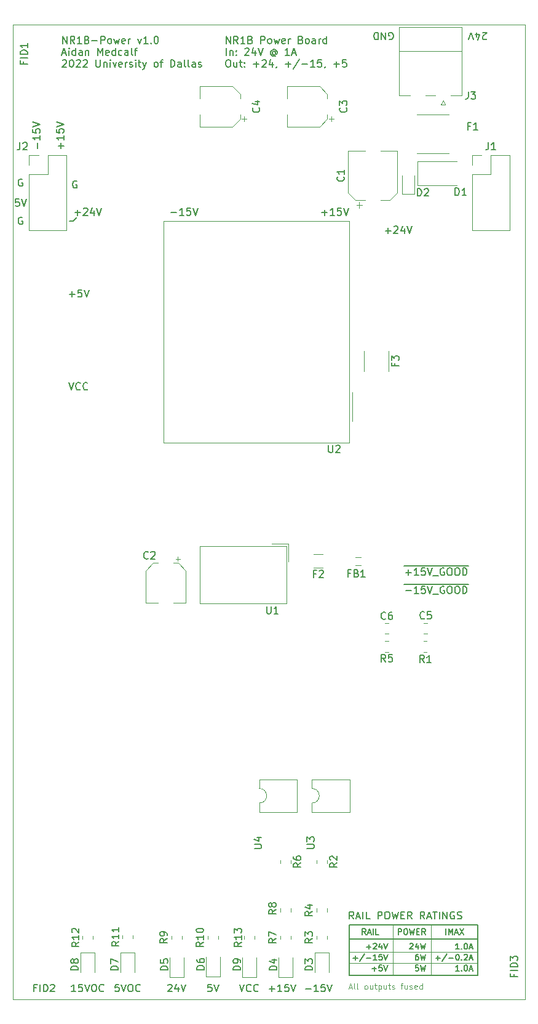
<source format=gbr>
%TF.GenerationSoftware,KiCad,Pcbnew,(6.0.7-1)-1*%
%TF.CreationDate,2022-08-23T12:39:41-05:00*%
%TF.ProjectId,NR1B-Power,4e523142-2d50-46f7-9765-722e6b696361,rev?*%
%TF.SameCoordinates,Original*%
%TF.FileFunction,Legend,Top*%
%TF.FilePolarity,Positive*%
%FSLAX46Y46*%
G04 Gerber Fmt 4.6, Leading zero omitted, Abs format (unit mm)*
G04 Created by KiCad (PCBNEW (6.0.7-1)-1) date 2022-08-23 12:39:41*
%MOMM*%
%LPD*%
G01*
G04 APERTURE LIST*
%ADD10C,0.100000*%
%ADD11C,0.150000*%
%TA.AperFunction,Profile*%
%ADD12C,0.100000*%
%TD*%
%ADD13C,0.125000*%
%ADD14C,0.120000*%
G04 APERTURE END LIST*
D10*
X223500000Y-207500000D02*
X205750000Y-207500000D01*
X217000000Y-205750000D02*
X217000000Y-210750000D01*
D11*
X205750000Y-203750000D02*
X223500000Y-203750000D01*
D10*
X217000000Y-205750000D02*
X217000000Y-203750000D01*
X205750000Y-209000000D02*
X223500000Y-209000000D01*
D11*
X205750000Y-205750000D02*
X205750000Y-203750000D01*
X223500000Y-210750000D02*
X223500000Y-205750000D01*
D10*
X211750000Y-205750000D02*
X211750000Y-210750000D01*
D11*
X223500000Y-205750000D02*
X205750000Y-205750000D01*
X223500000Y-203750000D02*
X223500000Y-205750000D01*
D10*
X211750000Y-205750000D02*
X211750000Y-203750000D01*
D11*
X205750000Y-205750000D02*
X205750000Y-210750000D01*
X167750000Y-107000000D02*
X168250000Y-106500000D01*
X167250000Y-107000000D02*
X167750000Y-107000000D01*
X205750000Y-210750000D02*
X223500000Y-210750000D01*
D12*
X159500000Y-80000000D02*
X230000000Y-80000000D01*
X230000000Y-214000000D02*
X159500000Y-214000000D01*
X230000000Y-80000000D02*
X230000000Y-214000000D01*
X159500000Y-214000000D02*
X159500000Y-80000000D01*
D11*
X166071428Y-97011904D02*
X166071428Y-96250000D01*
X166452380Y-96630952D02*
X165690476Y-96630952D01*
X166452380Y-95250000D02*
X166452380Y-95821428D01*
X166452380Y-95535714D02*
X165452380Y-95535714D01*
X165595238Y-95630952D01*
X165690476Y-95726190D01*
X165738095Y-95821428D01*
X165452380Y-94345238D02*
X165452380Y-94821428D01*
X165928571Y-94869047D01*
X165880952Y-94821428D01*
X165833333Y-94726190D01*
X165833333Y-94488095D01*
X165880952Y-94392857D01*
X165928571Y-94345238D01*
X166023809Y-94297619D01*
X166261904Y-94297619D01*
X166357142Y-94345238D01*
X166404761Y-94392857D01*
X166452380Y-94488095D01*
X166452380Y-94726190D01*
X166404761Y-94821428D01*
X166357142Y-94869047D01*
X165452380Y-94011904D02*
X166452380Y-93678571D01*
X165452380Y-93345238D01*
X190666666Y-211952380D02*
X191000000Y-212952380D01*
X191333333Y-211952380D01*
X192238095Y-212857142D02*
X192190476Y-212904761D01*
X192047619Y-212952380D01*
X191952380Y-212952380D01*
X191809523Y-212904761D01*
X191714285Y-212809523D01*
X191666666Y-212714285D01*
X191619047Y-212523809D01*
X191619047Y-212380952D01*
X191666666Y-212190476D01*
X191714285Y-212095238D01*
X191809523Y-212000000D01*
X191952380Y-211952380D01*
X192047619Y-211952380D01*
X192190476Y-212000000D01*
X192238095Y-212047619D01*
X193238095Y-212857142D02*
X193190476Y-212904761D01*
X193047619Y-212952380D01*
X192952380Y-212952380D01*
X192809523Y-212904761D01*
X192714285Y-212809523D01*
X192666666Y-212714285D01*
X192619047Y-212523809D01*
X192619047Y-212380952D01*
X192666666Y-212190476D01*
X192714285Y-212095238D01*
X192809523Y-212000000D01*
X192952380Y-211952380D01*
X193047619Y-211952380D01*
X193190476Y-212000000D01*
X193238095Y-212047619D01*
X181238095Y-105821428D02*
X182000000Y-105821428D01*
X183000000Y-106202380D02*
X182428571Y-106202380D01*
X182714285Y-106202380D02*
X182714285Y-105202380D01*
X182619047Y-105345238D01*
X182523809Y-105440476D01*
X182428571Y-105488095D01*
X183904761Y-105202380D02*
X183428571Y-105202380D01*
X183380952Y-105678571D01*
X183428571Y-105630952D01*
X183523809Y-105583333D01*
X183761904Y-105583333D01*
X183857142Y-105630952D01*
X183904761Y-105678571D01*
X183952380Y-105773809D01*
X183952380Y-106011904D01*
X183904761Y-106107142D01*
X183857142Y-106154761D01*
X183761904Y-106202380D01*
X183523809Y-106202380D01*
X183428571Y-106154761D01*
X183380952Y-106107142D01*
X184238095Y-105202380D02*
X184571428Y-106202380D01*
X184904761Y-105202380D01*
X219100119Y-205111904D02*
X219100119Y-204311904D01*
X219481071Y-205111904D02*
X219481071Y-204311904D01*
X219747738Y-204883333D01*
X220014404Y-204311904D01*
X220014404Y-205111904D01*
X220357261Y-204883333D02*
X220738214Y-204883333D01*
X220281071Y-205111904D02*
X220547738Y-204311904D01*
X220814404Y-205111904D01*
X221004880Y-204311904D02*
X221538214Y-205111904D01*
X221538214Y-204311904D02*
X221004880Y-205111904D01*
X166335595Y-82592380D02*
X166335595Y-81592380D01*
X166907023Y-82592380D01*
X166907023Y-81592380D01*
X167954642Y-82592380D02*
X167621309Y-82116190D01*
X167383214Y-82592380D02*
X167383214Y-81592380D01*
X167764166Y-81592380D01*
X167859404Y-81640000D01*
X167907023Y-81687619D01*
X167954642Y-81782857D01*
X167954642Y-81925714D01*
X167907023Y-82020952D01*
X167859404Y-82068571D01*
X167764166Y-82116190D01*
X167383214Y-82116190D01*
X168907023Y-82592380D02*
X168335595Y-82592380D01*
X168621309Y-82592380D02*
X168621309Y-81592380D01*
X168526071Y-81735238D01*
X168430833Y-81830476D01*
X168335595Y-81878095D01*
X169668928Y-82068571D02*
X169811785Y-82116190D01*
X169859404Y-82163809D01*
X169907023Y-82259047D01*
X169907023Y-82401904D01*
X169859404Y-82497142D01*
X169811785Y-82544761D01*
X169716547Y-82592380D01*
X169335595Y-82592380D01*
X169335595Y-81592380D01*
X169668928Y-81592380D01*
X169764166Y-81640000D01*
X169811785Y-81687619D01*
X169859404Y-81782857D01*
X169859404Y-81878095D01*
X169811785Y-81973333D01*
X169764166Y-82020952D01*
X169668928Y-82068571D01*
X169335595Y-82068571D01*
X170335595Y-82211428D02*
X171097500Y-82211428D01*
X171573690Y-82592380D02*
X171573690Y-81592380D01*
X171954642Y-81592380D01*
X172049880Y-81640000D01*
X172097500Y-81687619D01*
X172145119Y-81782857D01*
X172145119Y-81925714D01*
X172097500Y-82020952D01*
X172049880Y-82068571D01*
X171954642Y-82116190D01*
X171573690Y-82116190D01*
X172716547Y-82592380D02*
X172621309Y-82544761D01*
X172573690Y-82497142D01*
X172526071Y-82401904D01*
X172526071Y-82116190D01*
X172573690Y-82020952D01*
X172621309Y-81973333D01*
X172716547Y-81925714D01*
X172859404Y-81925714D01*
X172954642Y-81973333D01*
X173002261Y-82020952D01*
X173049880Y-82116190D01*
X173049880Y-82401904D01*
X173002261Y-82497142D01*
X172954642Y-82544761D01*
X172859404Y-82592380D01*
X172716547Y-82592380D01*
X173383214Y-81925714D02*
X173573690Y-82592380D01*
X173764166Y-82116190D01*
X173954642Y-82592380D01*
X174145119Y-81925714D01*
X174907023Y-82544761D02*
X174811785Y-82592380D01*
X174621309Y-82592380D01*
X174526071Y-82544761D01*
X174478452Y-82449523D01*
X174478452Y-82068571D01*
X174526071Y-81973333D01*
X174621309Y-81925714D01*
X174811785Y-81925714D01*
X174907023Y-81973333D01*
X174954642Y-82068571D01*
X174954642Y-82163809D01*
X174478452Y-82259047D01*
X175383214Y-82592380D02*
X175383214Y-81925714D01*
X175383214Y-82116190D02*
X175430833Y-82020952D01*
X175478452Y-81973333D01*
X175573690Y-81925714D01*
X175668928Y-81925714D01*
X176668928Y-81925714D02*
X176907023Y-82592380D01*
X177145119Y-81925714D01*
X178049880Y-82592380D02*
X177478452Y-82592380D01*
X177764166Y-82592380D02*
X177764166Y-81592380D01*
X177668928Y-81735238D01*
X177573690Y-81830476D01*
X177478452Y-81878095D01*
X178478452Y-82497142D02*
X178526071Y-82544761D01*
X178478452Y-82592380D01*
X178430833Y-82544761D01*
X178478452Y-82497142D01*
X178478452Y-82592380D01*
X179145119Y-81592380D02*
X179240357Y-81592380D01*
X179335595Y-81640000D01*
X179383214Y-81687619D01*
X179430833Y-81782857D01*
X179478452Y-81973333D01*
X179478452Y-82211428D01*
X179430833Y-82401904D01*
X179383214Y-82497142D01*
X179335595Y-82544761D01*
X179240357Y-82592380D01*
X179145119Y-82592380D01*
X179049880Y-82544761D01*
X179002261Y-82497142D01*
X178954642Y-82401904D01*
X178907023Y-82211428D01*
X178907023Y-81973333D01*
X178954642Y-81782857D01*
X179002261Y-81687619D01*
X179049880Y-81640000D01*
X179145119Y-81592380D01*
X166287976Y-83916666D02*
X166764166Y-83916666D01*
X166192738Y-84202380D02*
X166526071Y-83202380D01*
X166859404Y-84202380D01*
X167192738Y-84202380D02*
X167192738Y-83535714D01*
X167192738Y-83202380D02*
X167145119Y-83250000D01*
X167192738Y-83297619D01*
X167240357Y-83250000D01*
X167192738Y-83202380D01*
X167192738Y-83297619D01*
X168097500Y-84202380D02*
X168097500Y-83202380D01*
X168097500Y-84154761D02*
X168002261Y-84202380D01*
X167811785Y-84202380D01*
X167716547Y-84154761D01*
X167668928Y-84107142D01*
X167621309Y-84011904D01*
X167621309Y-83726190D01*
X167668928Y-83630952D01*
X167716547Y-83583333D01*
X167811785Y-83535714D01*
X168002261Y-83535714D01*
X168097500Y-83583333D01*
X169002261Y-84202380D02*
X169002261Y-83678571D01*
X168954642Y-83583333D01*
X168859404Y-83535714D01*
X168668928Y-83535714D01*
X168573690Y-83583333D01*
X169002261Y-84154761D02*
X168907023Y-84202380D01*
X168668928Y-84202380D01*
X168573690Y-84154761D01*
X168526071Y-84059523D01*
X168526071Y-83964285D01*
X168573690Y-83869047D01*
X168668928Y-83821428D01*
X168907023Y-83821428D01*
X169002261Y-83773809D01*
X169478452Y-83535714D02*
X169478452Y-84202380D01*
X169478452Y-83630952D02*
X169526071Y-83583333D01*
X169621309Y-83535714D01*
X169764166Y-83535714D01*
X169859404Y-83583333D01*
X169907023Y-83678571D01*
X169907023Y-84202380D01*
X171145119Y-84202380D02*
X171145119Y-83202380D01*
X171478452Y-83916666D01*
X171811785Y-83202380D01*
X171811785Y-84202380D01*
X172668928Y-84154761D02*
X172573690Y-84202380D01*
X172383214Y-84202380D01*
X172287976Y-84154761D01*
X172240357Y-84059523D01*
X172240357Y-83678571D01*
X172287976Y-83583333D01*
X172383214Y-83535714D01*
X172573690Y-83535714D01*
X172668928Y-83583333D01*
X172716547Y-83678571D01*
X172716547Y-83773809D01*
X172240357Y-83869047D01*
X173573690Y-84202380D02*
X173573690Y-83202380D01*
X173573690Y-84154761D02*
X173478452Y-84202380D01*
X173287976Y-84202380D01*
X173192738Y-84154761D01*
X173145119Y-84107142D01*
X173097500Y-84011904D01*
X173097500Y-83726190D01*
X173145119Y-83630952D01*
X173192738Y-83583333D01*
X173287976Y-83535714D01*
X173478452Y-83535714D01*
X173573690Y-83583333D01*
X174478452Y-84154761D02*
X174383214Y-84202380D01*
X174192738Y-84202380D01*
X174097500Y-84154761D01*
X174049880Y-84107142D01*
X174002261Y-84011904D01*
X174002261Y-83726190D01*
X174049880Y-83630952D01*
X174097500Y-83583333D01*
X174192738Y-83535714D01*
X174383214Y-83535714D01*
X174478452Y-83583333D01*
X175335595Y-84202380D02*
X175335595Y-83678571D01*
X175287976Y-83583333D01*
X175192738Y-83535714D01*
X175002261Y-83535714D01*
X174907023Y-83583333D01*
X175335595Y-84154761D02*
X175240357Y-84202380D01*
X175002261Y-84202380D01*
X174907023Y-84154761D01*
X174859404Y-84059523D01*
X174859404Y-83964285D01*
X174907023Y-83869047D01*
X175002261Y-83821428D01*
X175240357Y-83821428D01*
X175335595Y-83773809D01*
X175954642Y-84202380D02*
X175859404Y-84154761D01*
X175811785Y-84059523D01*
X175811785Y-83202380D01*
X176192738Y-83535714D02*
X176573690Y-83535714D01*
X176335595Y-84202380D02*
X176335595Y-83345238D01*
X176383214Y-83250000D01*
X176478452Y-83202380D01*
X176573690Y-83202380D01*
X166287976Y-84907619D02*
X166335595Y-84860000D01*
X166430833Y-84812380D01*
X166668928Y-84812380D01*
X166764166Y-84860000D01*
X166811785Y-84907619D01*
X166859404Y-85002857D01*
X166859404Y-85098095D01*
X166811785Y-85240952D01*
X166240357Y-85812380D01*
X166859404Y-85812380D01*
X167478452Y-84812380D02*
X167573690Y-84812380D01*
X167668928Y-84860000D01*
X167716547Y-84907619D01*
X167764166Y-85002857D01*
X167811785Y-85193333D01*
X167811785Y-85431428D01*
X167764166Y-85621904D01*
X167716547Y-85717142D01*
X167668928Y-85764761D01*
X167573690Y-85812380D01*
X167478452Y-85812380D01*
X167383214Y-85764761D01*
X167335595Y-85717142D01*
X167287976Y-85621904D01*
X167240357Y-85431428D01*
X167240357Y-85193333D01*
X167287976Y-85002857D01*
X167335595Y-84907619D01*
X167383214Y-84860000D01*
X167478452Y-84812380D01*
X168192738Y-84907619D02*
X168240357Y-84860000D01*
X168335595Y-84812380D01*
X168573690Y-84812380D01*
X168668928Y-84860000D01*
X168716547Y-84907619D01*
X168764166Y-85002857D01*
X168764166Y-85098095D01*
X168716547Y-85240952D01*
X168145119Y-85812380D01*
X168764166Y-85812380D01*
X169145119Y-84907619D02*
X169192738Y-84860000D01*
X169287976Y-84812380D01*
X169526071Y-84812380D01*
X169621309Y-84860000D01*
X169668928Y-84907619D01*
X169716547Y-85002857D01*
X169716547Y-85098095D01*
X169668928Y-85240952D01*
X169097500Y-85812380D01*
X169716547Y-85812380D01*
X170907023Y-84812380D02*
X170907023Y-85621904D01*
X170954642Y-85717142D01*
X171002261Y-85764761D01*
X171097500Y-85812380D01*
X171287976Y-85812380D01*
X171383214Y-85764761D01*
X171430833Y-85717142D01*
X171478452Y-85621904D01*
X171478452Y-84812380D01*
X171954642Y-85145714D02*
X171954642Y-85812380D01*
X171954642Y-85240952D02*
X172002261Y-85193333D01*
X172097500Y-85145714D01*
X172240357Y-85145714D01*
X172335595Y-85193333D01*
X172383214Y-85288571D01*
X172383214Y-85812380D01*
X172859404Y-85812380D02*
X172859404Y-85145714D01*
X172859404Y-84812380D02*
X172811785Y-84860000D01*
X172859404Y-84907619D01*
X172907023Y-84860000D01*
X172859404Y-84812380D01*
X172859404Y-84907619D01*
X173240357Y-85145714D02*
X173478452Y-85812380D01*
X173716547Y-85145714D01*
X174478452Y-85764761D02*
X174383214Y-85812380D01*
X174192738Y-85812380D01*
X174097500Y-85764761D01*
X174049880Y-85669523D01*
X174049880Y-85288571D01*
X174097500Y-85193333D01*
X174192738Y-85145714D01*
X174383214Y-85145714D01*
X174478452Y-85193333D01*
X174526071Y-85288571D01*
X174526071Y-85383809D01*
X174049880Y-85479047D01*
X174954642Y-85812380D02*
X174954642Y-85145714D01*
X174954642Y-85336190D02*
X175002261Y-85240952D01*
X175049880Y-85193333D01*
X175145119Y-85145714D01*
X175240357Y-85145714D01*
X175526071Y-85764761D02*
X175621309Y-85812380D01*
X175811785Y-85812380D01*
X175907023Y-85764761D01*
X175954642Y-85669523D01*
X175954642Y-85621904D01*
X175907023Y-85526666D01*
X175811785Y-85479047D01*
X175668928Y-85479047D01*
X175573690Y-85431428D01*
X175526071Y-85336190D01*
X175526071Y-85288571D01*
X175573690Y-85193333D01*
X175668928Y-85145714D01*
X175811785Y-85145714D01*
X175907023Y-85193333D01*
X176383214Y-85812380D02*
X176383214Y-85145714D01*
X176383214Y-84812380D02*
X176335595Y-84860000D01*
X176383214Y-84907619D01*
X176430833Y-84860000D01*
X176383214Y-84812380D01*
X176383214Y-84907619D01*
X176716547Y-85145714D02*
X177097500Y-85145714D01*
X176859404Y-84812380D02*
X176859404Y-85669523D01*
X176907023Y-85764761D01*
X177002261Y-85812380D01*
X177097500Y-85812380D01*
X177335595Y-85145714D02*
X177573690Y-85812380D01*
X177811785Y-85145714D02*
X177573690Y-85812380D01*
X177478452Y-86050476D01*
X177430833Y-86098095D01*
X177335595Y-86145714D01*
X179097500Y-85812380D02*
X179002261Y-85764761D01*
X178954642Y-85717142D01*
X178907023Y-85621904D01*
X178907023Y-85336190D01*
X178954642Y-85240952D01*
X179002261Y-85193333D01*
X179097500Y-85145714D01*
X179240357Y-85145714D01*
X179335595Y-85193333D01*
X179383214Y-85240952D01*
X179430833Y-85336190D01*
X179430833Y-85621904D01*
X179383214Y-85717142D01*
X179335595Y-85764761D01*
X179240357Y-85812380D01*
X179097500Y-85812380D01*
X179716547Y-85145714D02*
X180097500Y-85145714D01*
X179859404Y-85812380D02*
X179859404Y-84955238D01*
X179907023Y-84860000D01*
X180002261Y-84812380D01*
X180097500Y-84812380D01*
X181192738Y-85812380D02*
X181192738Y-84812380D01*
X181430833Y-84812380D01*
X181573690Y-84860000D01*
X181668928Y-84955238D01*
X181716547Y-85050476D01*
X181764166Y-85240952D01*
X181764166Y-85383809D01*
X181716547Y-85574285D01*
X181668928Y-85669523D01*
X181573690Y-85764761D01*
X181430833Y-85812380D01*
X181192738Y-85812380D01*
X182621309Y-85812380D02*
X182621309Y-85288571D01*
X182573690Y-85193333D01*
X182478452Y-85145714D01*
X182287976Y-85145714D01*
X182192738Y-85193333D01*
X182621309Y-85764761D02*
X182526071Y-85812380D01*
X182287976Y-85812380D01*
X182192738Y-85764761D01*
X182145119Y-85669523D01*
X182145119Y-85574285D01*
X182192738Y-85479047D01*
X182287976Y-85431428D01*
X182526071Y-85431428D01*
X182621309Y-85383809D01*
X183240357Y-85812380D02*
X183145119Y-85764761D01*
X183097500Y-85669523D01*
X183097500Y-84812380D01*
X183764166Y-85812380D02*
X183668928Y-85764761D01*
X183621309Y-85669523D01*
X183621309Y-84812380D01*
X184573690Y-85812380D02*
X184573690Y-85288571D01*
X184526071Y-85193333D01*
X184430833Y-85145714D01*
X184240357Y-85145714D01*
X184145119Y-85193333D01*
X184573690Y-85764761D02*
X184478452Y-85812380D01*
X184240357Y-85812380D01*
X184145119Y-85764761D01*
X184097500Y-85669523D01*
X184097500Y-85574285D01*
X184145119Y-85479047D01*
X184240357Y-85431428D01*
X184478452Y-85431428D01*
X184573690Y-85383809D01*
X185002261Y-85764761D02*
X185097500Y-85812380D01*
X185287976Y-85812380D01*
X185383214Y-85764761D01*
X185430833Y-85669523D01*
X185430833Y-85621904D01*
X185383214Y-85526666D01*
X185287976Y-85479047D01*
X185145119Y-85479047D01*
X185049880Y-85431428D01*
X185002261Y-85336190D01*
X185002261Y-85288571D01*
X185049880Y-85193333D01*
X185145119Y-85145714D01*
X185287976Y-85145714D01*
X185383214Y-85193333D01*
X220921547Y-207111904D02*
X220464404Y-207111904D01*
X220692976Y-207111904D02*
X220692976Y-206311904D01*
X220616785Y-206426190D01*
X220540595Y-206502380D01*
X220464404Y-206540476D01*
X221264404Y-207035714D02*
X221302500Y-207073809D01*
X221264404Y-207111904D01*
X221226309Y-207073809D01*
X221264404Y-207035714D01*
X221264404Y-207111904D01*
X221797738Y-206311904D02*
X221873928Y-206311904D01*
X221950119Y-206350000D01*
X221988214Y-206388095D01*
X222026309Y-206464285D01*
X222064404Y-206616666D01*
X222064404Y-206807142D01*
X222026309Y-206959523D01*
X221988214Y-207035714D01*
X221950119Y-207073809D01*
X221873928Y-207111904D01*
X221797738Y-207111904D01*
X221721547Y-207073809D01*
X221683452Y-207035714D01*
X221645357Y-206959523D01*
X221607261Y-206807142D01*
X221607261Y-206616666D01*
X221645357Y-206464285D01*
X221683452Y-206388095D01*
X221721547Y-206350000D01*
X221797738Y-206311904D01*
X222369166Y-206883333D02*
X222750119Y-206883333D01*
X222292976Y-207111904D02*
X222559642Y-206311904D01*
X222826309Y-207111904D01*
X213321428Y-156920000D02*
X214559523Y-156920000D01*
X213559523Y-157821428D02*
X214321428Y-157821428D01*
X214559523Y-156920000D02*
X215511904Y-156920000D01*
X215321428Y-158202380D02*
X214750000Y-158202380D01*
X215035714Y-158202380D02*
X215035714Y-157202380D01*
X214940476Y-157345238D01*
X214845238Y-157440476D01*
X214750000Y-157488095D01*
X215511904Y-156920000D02*
X216464285Y-156920000D01*
X216226190Y-157202380D02*
X215750000Y-157202380D01*
X215702380Y-157678571D01*
X215750000Y-157630952D01*
X215845238Y-157583333D01*
X216083333Y-157583333D01*
X216178571Y-157630952D01*
X216226190Y-157678571D01*
X216273809Y-157773809D01*
X216273809Y-158011904D01*
X216226190Y-158107142D01*
X216178571Y-158154761D01*
X216083333Y-158202380D01*
X215845238Y-158202380D01*
X215750000Y-158154761D01*
X215702380Y-158107142D01*
X216464285Y-156920000D02*
X217321428Y-156920000D01*
X216559523Y-157202380D02*
X216892857Y-158202380D01*
X217226190Y-157202380D01*
X217321428Y-156920000D02*
X218083333Y-156920000D01*
X217321428Y-158297619D02*
X218083333Y-158297619D01*
X218083333Y-156920000D02*
X219083333Y-156920000D01*
X218845238Y-157250000D02*
X218750000Y-157202380D01*
X218607142Y-157202380D01*
X218464285Y-157250000D01*
X218369047Y-157345238D01*
X218321428Y-157440476D01*
X218273809Y-157630952D01*
X218273809Y-157773809D01*
X218321428Y-157964285D01*
X218369047Y-158059523D01*
X218464285Y-158154761D01*
X218607142Y-158202380D01*
X218702380Y-158202380D01*
X218845238Y-158154761D01*
X218892857Y-158107142D01*
X218892857Y-157773809D01*
X218702380Y-157773809D01*
X219083333Y-156920000D02*
X220130952Y-156920000D01*
X219511904Y-157202380D02*
X219702380Y-157202380D01*
X219797619Y-157250000D01*
X219892857Y-157345238D01*
X219940476Y-157535714D01*
X219940476Y-157869047D01*
X219892857Y-158059523D01*
X219797619Y-158154761D01*
X219702380Y-158202380D01*
X219511904Y-158202380D01*
X219416666Y-158154761D01*
X219321428Y-158059523D01*
X219273809Y-157869047D01*
X219273809Y-157535714D01*
X219321428Y-157345238D01*
X219416666Y-157250000D01*
X219511904Y-157202380D01*
X220130952Y-156920000D02*
X221178571Y-156920000D01*
X220559523Y-157202380D02*
X220750000Y-157202380D01*
X220845238Y-157250000D01*
X220940476Y-157345238D01*
X220988095Y-157535714D01*
X220988095Y-157869047D01*
X220940476Y-158059523D01*
X220845238Y-158154761D01*
X220750000Y-158202380D01*
X220559523Y-158202380D01*
X220464285Y-158154761D01*
X220369047Y-158059523D01*
X220321428Y-157869047D01*
X220321428Y-157535714D01*
X220369047Y-157345238D01*
X220464285Y-157250000D01*
X220559523Y-157202380D01*
X221178571Y-156920000D02*
X222178571Y-156920000D01*
X221416666Y-158202380D02*
X221416666Y-157202380D01*
X221654761Y-157202380D01*
X221797619Y-157250000D01*
X221892857Y-157345238D01*
X221940476Y-157440476D01*
X221988095Y-157630952D01*
X221988095Y-157773809D01*
X221940476Y-157964285D01*
X221892857Y-158059523D01*
X221797619Y-158154761D01*
X221654761Y-158202380D01*
X221416666Y-158202380D01*
D13*
X205733630Y-212383333D02*
X206114583Y-212383333D01*
X205657440Y-212611904D02*
X205924107Y-211811904D01*
X206190773Y-212611904D01*
X206571726Y-212611904D02*
X206495535Y-212573809D01*
X206457440Y-212497619D01*
X206457440Y-211811904D01*
X206990773Y-212611904D02*
X206914583Y-212573809D01*
X206876488Y-212497619D01*
X206876488Y-211811904D01*
X208019345Y-212611904D02*
X207943154Y-212573809D01*
X207905059Y-212535714D01*
X207866964Y-212459523D01*
X207866964Y-212230952D01*
X207905059Y-212154761D01*
X207943154Y-212116666D01*
X208019345Y-212078571D01*
X208133630Y-212078571D01*
X208209821Y-212116666D01*
X208247916Y-212154761D01*
X208286011Y-212230952D01*
X208286011Y-212459523D01*
X208247916Y-212535714D01*
X208209821Y-212573809D01*
X208133630Y-212611904D01*
X208019345Y-212611904D01*
X208971726Y-212078571D02*
X208971726Y-212611904D01*
X208628869Y-212078571D02*
X208628869Y-212497619D01*
X208666964Y-212573809D01*
X208743154Y-212611904D01*
X208857440Y-212611904D01*
X208933630Y-212573809D01*
X208971726Y-212535714D01*
X209238392Y-212078571D02*
X209543154Y-212078571D01*
X209352678Y-211811904D02*
X209352678Y-212497619D01*
X209390773Y-212573809D01*
X209466964Y-212611904D01*
X209543154Y-212611904D01*
X209809821Y-212078571D02*
X209809821Y-212878571D01*
X209809821Y-212116666D02*
X209886011Y-212078571D01*
X210038392Y-212078571D01*
X210114583Y-212116666D01*
X210152678Y-212154761D01*
X210190773Y-212230952D01*
X210190773Y-212459523D01*
X210152678Y-212535714D01*
X210114583Y-212573809D01*
X210038392Y-212611904D01*
X209886011Y-212611904D01*
X209809821Y-212573809D01*
X210876488Y-212078571D02*
X210876488Y-212611904D01*
X210533630Y-212078571D02*
X210533630Y-212497619D01*
X210571726Y-212573809D01*
X210647916Y-212611904D01*
X210762202Y-212611904D01*
X210838392Y-212573809D01*
X210876488Y-212535714D01*
X211143154Y-212078571D02*
X211447916Y-212078571D01*
X211257440Y-211811904D02*
X211257440Y-212497619D01*
X211295535Y-212573809D01*
X211371726Y-212611904D01*
X211447916Y-212611904D01*
X211676488Y-212573809D02*
X211752678Y-212611904D01*
X211905059Y-212611904D01*
X211981250Y-212573809D01*
X212019345Y-212497619D01*
X212019345Y-212459523D01*
X211981250Y-212383333D01*
X211905059Y-212345238D01*
X211790773Y-212345238D01*
X211714583Y-212307142D01*
X211676488Y-212230952D01*
X211676488Y-212192857D01*
X211714583Y-212116666D01*
X211790773Y-212078571D01*
X211905059Y-212078571D01*
X211981250Y-212116666D01*
X212857440Y-212078571D02*
X213162202Y-212078571D01*
X212971726Y-212611904D02*
X212971726Y-211926190D01*
X213009821Y-211850000D01*
X213086011Y-211811904D01*
X213162202Y-211811904D01*
X213771726Y-212078571D02*
X213771726Y-212611904D01*
X213428869Y-212078571D02*
X213428869Y-212497619D01*
X213466964Y-212573809D01*
X213543154Y-212611904D01*
X213657440Y-212611904D01*
X213733630Y-212573809D01*
X213771726Y-212535714D01*
X214114583Y-212573809D02*
X214190773Y-212611904D01*
X214343154Y-212611904D01*
X214419345Y-212573809D01*
X214457440Y-212497619D01*
X214457440Y-212459523D01*
X214419345Y-212383333D01*
X214343154Y-212345238D01*
X214228869Y-212345238D01*
X214152678Y-212307142D01*
X214114583Y-212230952D01*
X214114583Y-212192857D01*
X214152678Y-212116666D01*
X214228869Y-212078571D01*
X214343154Y-212078571D01*
X214419345Y-212116666D01*
X215105059Y-212573809D02*
X215028869Y-212611904D01*
X214876488Y-212611904D01*
X214800297Y-212573809D01*
X214762202Y-212497619D01*
X214762202Y-212192857D01*
X214800297Y-212116666D01*
X214876488Y-212078571D01*
X215028869Y-212078571D01*
X215105059Y-212116666D01*
X215143154Y-212192857D01*
X215143154Y-212269047D01*
X214762202Y-212345238D01*
X215828869Y-212611904D02*
X215828869Y-211811904D01*
X215828869Y-212573809D02*
X215752678Y-212611904D01*
X215600297Y-212611904D01*
X215524107Y-212573809D01*
X215486011Y-212535714D01*
X215447916Y-212459523D01*
X215447916Y-212230952D01*
X215486011Y-212154761D01*
X215524107Y-212116666D01*
X215600297Y-212078571D01*
X215752678Y-212078571D01*
X215828869Y-212116666D01*
D11*
X180809523Y-212047619D02*
X180857142Y-212000000D01*
X180952380Y-211952380D01*
X181190476Y-211952380D01*
X181285714Y-212000000D01*
X181333333Y-212047619D01*
X181380952Y-212142857D01*
X181380952Y-212238095D01*
X181333333Y-212380952D01*
X180761904Y-212952380D01*
X181380952Y-212952380D01*
X182238095Y-212285714D02*
X182238095Y-212952380D01*
X182000000Y-211904761D02*
X181761904Y-212619047D01*
X182380952Y-212619047D01*
X182619047Y-211952380D02*
X182952380Y-212952380D01*
X183285714Y-211952380D01*
X215259642Y-207811904D02*
X215107261Y-207811904D01*
X215031071Y-207850000D01*
X214992976Y-207888095D01*
X214916785Y-208002380D01*
X214878690Y-208154761D01*
X214878690Y-208459523D01*
X214916785Y-208535714D01*
X214954880Y-208573809D01*
X215031071Y-208611904D01*
X215183452Y-208611904D01*
X215259642Y-208573809D01*
X215297738Y-208535714D01*
X215335833Y-208459523D01*
X215335833Y-208269047D01*
X215297738Y-208192857D01*
X215259642Y-208154761D01*
X215183452Y-208116666D01*
X215031071Y-208116666D01*
X214954880Y-208154761D01*
X214916785Y-208192857D01*
X214878690Y-208269047D01*
X215602500Y-207811904D02*
X215792976Y-208611904D01*
X215945357Y-208040476D01*
X216097738Y-208611904D01*
X216288214Y-207811904D01*
X174035714Y-211952380D02*
X173559523Y-211952380D01*
X173511904Y-212428571D01*
X173559523Y-212380952D01*
X173654761Y-212333333D01*
X173892857Y-212333333D01*
X173988095Y-212380952D01*
X174035714Y-212428571D01*
X174083333Y-212523809D01*
X174083333Y-212761904D01*
X174035714Y-212857142D01*
X173988095Y-212904761D01*
X173892857Y-212952380D01*
X173654761Y-212952380D01*
X173559523Y-212904761D01*
X173511904Y-212857142D01*
X174369047Y-211952380D02*
X174702380Y-212952380D01*
X175035714Y-211952380D01*
X175559523Y-211952380D02*
X175750000Y-211952380D01*
X175845238Y-212000000D01*
X175940476Y-212095238D01*
X175988095Y-212285714D01*
X175988095Y-212619047D01*
X175940476Y-212809523D01*
X175845238Y-212904761D01*
X175750000Y-212952380D01*
X175559523Y-212952380D01*
X175464285Y-212904761D01*
X175369047Y-212809523D01*
X175321428Y-212619047D01*
X175321428Y-212285714D01*
X175369047Y-212095238D01*
X175464285Y-212000000D01*
X175559523Y-211952380D01*
X176988095Y-212857142D02*
X176940476Y-212904761D01*
X176797619Y-212952380D01*
X176702380Y-212952380D01*
X176559523Y-212904761D01*
X176464285Y-212809523D01*
X176416666Y-212714285D01*
X176369047Y-212523809D01*
X176369047Y-212380952D01*
X176416666Y-212190476D01*
X176464285Y-212095238D01*
X176559523Y-212000000D01*
X176702380Y-211952380D01*
X176797619Y-211952380D01*
X176940476Y-212000000D01*
X176988095Y-212047619D01*
X215297738Y-209311904D02*
X214916785Y-209311904D01*
X214878690Y-209692857D01*
X214916785Y-209654761D01*
X214992976Y-209616666D01*
X215183452Y-209616666D01*
X215259642Y-209654761D01*
X215297738Y-209692857D01*
X215335833Y-209769047D01*
X215335833Y-209959523D01*
X215297738Y-210035714D01*
X215259642Y-210073809D01*
X215183452Y-210111904D01*
X214992976Y-210111904D01*
X214916785Y-210073809D01*
X214878690Y-210035714D01*
X215602500Y-209311904D02*
X215792976Y-210111904D01*
X215945357Y-209540476D01*
X216097738Y-210111904D01*
X216288214Y-209311904D01*
X168107142Y-212952380D02*
X167535714Y-212952380D01*
X167821428Y-212952380D02*
X167821428Y-211952380D01*
X167726190Y-212095238D01*
X167630952Y-212190476D01*
X167535714Y-212238095D01*
X169011904Y-211952380D02*
X168535714Y-211952380D01*
X168488095Y-212428571D01*
X168535714Y-212380952D01*
X168630952Y-212333333D01*
X168869047Y-212333333D01*
X168964285Y-212380952D01*
X169011904Y-212428571D01*
X169059523Y-212523809D01*
X169059523Y-212761904D01*
X169011904Y-212857142D01*
X168964285Y-212904761D01*
X168869047Y-212952380D01*
X168630952Y-212952380D01*
X168535714Y-212904761D01*
X168488095Y-212857142D01*
X169345238Y-211952380D02*
X169678571Y-212952380D01*
X170011904Y-211952380D01*
X170535714Y-211952380D02*
X170726190Y-211952380D01*
X170821428Y-212000000D01*
X170916666Y-212095238D01*
X170964285Y-212285714D01*
X170964285Y-212619047D01*
X170916666Y-212809523D01*
X170821428Y-212904761D01*
X170726190Y-212952380D01*
X170535714Y-212952380D01*
X170440476Y-212904761D01*
X170345238Y-212809523D01*
X170297619Y-212619047D01*
X170297619Y-212285714D01*
X170345238Y-212095238D01*
X170440476Y-212000000D01*
X170535714Y-211952380D01*
X171964285Y-212857142D02*
X171916666Y-212904761D01*
X171773809Y-212952380D01*
X171678571Y-212952380D01*
X171535714Y-212904761D01*
X171440476Y-212809523D01*
X171392857Y-212714285D01*
X171345238Y-212523809D01*
X171345238Y-212380952D01*
X171392857Y-212190476D01*
X171440476Y-212095238D01*
X171535714Y-212000000D01*
X171678571Y-211952380D01*
X171773809Y-211952380D01*
X171916666Y-212000000D01*
X171964285Y-212047619D01*
X220921547Y-210111904D02*
X220464404Y-210111904D01*
X220692976Y-210111904D02*
X220692976Y-209311904D01*
X220616785Y-209426190D01*
X220540595Y-209502380D01*
X220464404Y-209540476D01*
X221264404Y-210035714D02*
X221302500Y-210073809D01*
X221264404Y-210111904D01*
X221226309Y-210073809D01*
X221264404Y-210035714D01*
X221264404Y-210111904D01*
X221797738Y-209311904D02*
X221873928Y-209311904D01*
X221950119Y-209350000D01*
X221988214Y-209388095D01*
X222026309Y-209464285D01*
X222064404Y-209616666D01*
X222064404Y-209807142D01*
X222026309Y-209959523D01*
X221988214Y-210035714D01*
X221950119Y-210073809D01*
X221873928Y-210111904D01*
X221797738Y-210111904D01*
X221721547Y-210073809D01*
X221683452Y-210035714D01*
X221645357Y-209959523D01*
X221607261Y-209807142D01*
X221607261Y-209616666D01*
X221645357Y-209464285D01*
X221683452Y-209388095D01*
X221721547Y-209350000D01*
X221797738Y-209311904D01*
X222369166Y-209883333D02*
X222750119Y-209883333D01*
X222292976Y-210111904D02*
X222559642Y-209311904D01*
X222826309Y-210111904D01*
X211261904Y-82000000D02*
X211357142Y-82047619D01*
X211500000Y-82047619D01*
X211642857Y-82000000D01*
X211738095Y-81904761D01*
X211785714Y-81809523D01*
X211833333Y-81619047D01*
X211833333Y-81476190D01*
X211785714Y-81285714D01*
X211738095Y-81190476D01*
X211642857Y-81095238D01*
X211500000Y-81047619D01*
X211404761Y-81047619D01*
X211261904Y-81095238D01*
X211214285Y-81142857D01*
X211214285Y-81476190D01*
X211404761Y-81476190D01*
X210785714Y-81047619D02*
X210785714Y-82047619D01*
X210214285Y-81047619D01*
X210214285Y-82047619D01*
X209738095Y-81047619D02*
X209738095Y-82047619D01*
X209500000Y-82047619D01*
X209357142Y-82000000D01*
X209261904Y-81904761D01*
X209214285Y-81809523D01*
X209166666Y-81619047D01*
X209166666Y-81476190D01*
X209214285Y-81285714D01*
X209261904Y-81190476D01*
X209357142Y-81095238D01*
X209500000Y-81047619D01*
X209738095Y-81047619D01*
X201988095Y-105821428D02*
X202750000Y-105821428D01*
X202369047Y-106202380D02*
X202369047Y-105440476D01*
X203750000Y-106202380D02*
X203178571Y-106202380D01*
X203464285Y-106202380D02*
X203464285Y-105202380D01*
X203369047Y-105345238D01*
X203273809Y-105440476D01*
X203178571Y-105488095D01*
X204654761Y-105202380D02*
X204178571Y-105202380D01*
X204130952Y-105678571D01*
X204178571Y-105630952D01*
X204273809Y-105583333D01*
X204511904Y-105583333D01*
X204607142Y-105630952D01*
X204654761Y-105678571D01*
X204702380Y-105773809D01*
X204702380Y-106011904D01*
X204654761Y-106107142D01*
X204607142Y-106154761D01*
X204511904Y-106202380D01*
X204273809Y-106202380D01*
X204178571Y-106154761D01*
X204130952Y-106107142D01*
X204988095Y-105202380D02*
X205321428Y-106202380D01*
X205654761Y-105202380D01*
X212516785Y-205111904D02*
X212516785Y-204311904D01*
X212821547Y-204311904D01*
X212897738Y-204350000D01*
X212935833Y-204388095D01*
X212973928Y-204464285D01*
X212973928Y-204578571D01*
X212935833Y-204654761D01*
X212897738Y-204692857D01*
X212821547Y-204730952D01*
X212516785Y-204730952D01*
X213469166Y-204311904D02*
X213621547Y-204311904D01*
X213697738Y-204350000D01*
X213773928Y-204426190D01*
X213812023Y-204578571D01*
X213812023Y-204845238D01*
X213773928Y-204997619D01*
X213697738Y-205073809D01*
X213621547Y-205111904D01*
X213469166Y-205111904D01*
X213392976Y-205073809D01*
X213316785Y-204997619D01*
X213278690Y-204845238D01*
X213278690Y-204578571D01*
X213316785Y-204426190D01*
X213392976Y-204350000D01*
X213469166Y-204311904D01*
X214078690Y-204311904D02*
X214269166Y-205111904D01*
X214421547Y-204540476D01*
X214573928Y-205111904D01*
X214764404Y-204311904D01*
X215069166Y-204692857D02*
X215335833Y-204692857D01*
X215450119Y-205111904D02*
X215069166Y-205111904D01*
X215069166Y-204311904D01*
X215450119Y-204311904D01*
X216250119Y-205111904D02*
X215983452Y-204730952D01*
X215792976Y-205111904D02*
X215792976Y-204311904D01*
X216097738Y-204311904D01*
X216173928Y-204350000D01*
X216212023Y-204388095D01*
X216250119Y-204464285D01*
X216250119Y-204578571D01*
X216212023Y-204654761D01*
X216173928Y-204692857D01*
X216097738Y-204730952D01*
X215792976Y-204730952D01*
X167988095Y-105821428D02*
X168750000Y-105821428D01*
X168369047Y-106202380D02*
X168369047Y-105440476D01*
X169178571Y-105297619D02*
X169226190Y-105250000D01*
X169321428Y-105202380D01*
X169559523Y-105202380D01*
X169654761Y-105250000D01*
X169702380Y-105297619D01*
X169750000Y-105392857D01*
X169750000Y-105488095D01*
X169702380Y-105630952D01*
X169130952Y-106202380D01*
X169750000Y-106202380D01*
X170607142Y-105535714D02*
X170607142Y-106202380D01*
X170369047Y-105154761D02*
X170130952Y-105869047D01*
X170750000Y-105869047D01*
X170988095Y-105202380D02*
X171321428Y-106202380D01*
X171654761Y-105202380D01*
X167166666Y-129202380D02*
X167500000Y-130202380D01*
X167833333Y-129202380D01*
X168738095Y-130107142D02*
X168690476Y-130154761D01*
X168547619Y-130202380D01*
X168452380Y-130202380D01*
X168309523Y-130154761D01*
X168214285Y-130059523D01*
X168166666Y-129964285D01*
X168119047Y-129773809D01*
X168119047Y-129630952D01*
X168166666Y-129440476D01*
X168214285Y-129345238D01*
X168309523Y-129250000D01*
X168452380Y-129202380D01*
X168547619Y-129202380D01*
X168690476Y-129250000D01*
X168738095Y-129297619D01*
X169738095Y-130107142D02*
X169690476Y-130154761D01*
X169547619Y-130202380D01*
X169452380Y-130202380D01*
X169309523Y-130154761D01*
X169214285Y-130059523D01*
X169166666Y-129964285D01*
X169119047Y-129773809D01*
X169119047Y-129630952D01*
X169166666Y-129440476D01*
X169214285Y-129345238D01*
X169309523Y-129250000D01*
X169452380Y-129202380D01*
X169547619Y-129202380D01*
X169690476Y-129250000D01*
X169738095Y-129297619D01*
X160761904Y-101250000D02*
X160666666Y-101202380D01*
X160523809Y-101202380D01*
X160380952Y-101250000D01*
X160285714Y-101345238D01*
X160238095Y-101440476D01*
X160190476Y-101630952D01*
X160190476Y-101773809D01*
X160238095Y-101964285D01*
X160285714Y-102059523D01*
X160380952Y-102154761D01*
X160523809Y-102202380D01*
X160619047Y-102202380D01*
X160761904Y-102154761D01*
X160809523Y-102107142D01*
X160809523Y-101773809D01*
X160619047Y-101773809D01*
X210738095Y-108321428D02*
X211500000Y-108321428D01*
X211119047Y-108702380D02*
X211119047Y-107940476D01*
X211928571Y-107797619D02*
X211976190Y-107750000D01*
X212071428Y-107702380D01*
X212309523Y-107702380D01*
X212404761Y-107750000D01*
X212452380Y-107797619D01*
X212500000Y-107892857D01*
X212500000Y-107988095D01*
X212452380Y-108130952D01*
X211880952Y-108702380D01*
X212500000Y-108702380D01*
X213357142Y-108035714D02*
X213357142Y-108702380D01*
X213119047Y-107654761D02*
X212880952Y-108369047D01*
X213500000Y-108369047D01*
X213738095Y-107702380D02*
X214071428Y-108702380D01*
X214404761Y-107702380D01*
X194738095Y-212571428D02*
X195500000Y-212571428D01*
X195119047Y-212952380D02*
X195119047Y-212190476D01*
X196500000Y-212952380D02*
X195928571Y-212952380D01*
X196214285Y-212952380D02*
X196214285Y-211952380D01*
X196119047Y-212095238D01*
X196023809Y-212190476D01*
X195928571Y-212238095D01*
X197404761Y-211952380D02*
X196928571Y-211952380D01*
X196880952Y-212428571D01*
X196928571Y-212380952D01*
X197023809Y-212333333D01*
X197261904Y-212333333D01*
X197357142Y-212380952D01*
X197404761Y-212428571D01*
X197452380Y-212523809D01*
X197452380Y-212761904D01*
X197404761Y-212857142D01*
X197357142Y-212904761D01*
X197261904Y-212952380D01*
X197023809Y-212952380D01*
X196928571Y-212904761D01*
X196880952Y-212857142D01*
X197738095Y-211952380D02*
X198071428Y-212952380D01*
X198404761Y-211952380D01*
X214116785Y-206388095D02*
X214154880Y-206350000D01*
X214231071Y-206311904D01*
X214421547Y-206311904D01*
X214497738Y-206350000D01*
X214535833Y-206388095D01*
X214573928Y-206464285D01*
X214573928Y-206540476D01*
X214535833Y-206654761D01*
X214078690Y-207111904D01*
X214573928Y-207111904D01*
X215259642Y-206578571D02*
X215259642Y-207111904D01*
X215069166Y-206273809D02*
X214878690Y-206845238D01*
X215373928Y-206845238D01*
X215602500Y-206311904D02*
X215792976Y-207111904D01*
X215945357Y-206540476D01*
X216097738Y-207111904D01*
X216288214Y-206311904D01*
X188835595Y-82592380D02*
X188835595Y-81592380D01*
X189407023Y-82592380D01*
X189407023Y-81592380D01*
X190454642Y-82592380D02*
X190121309Y-82116190D01*
X189883214Y-82592380D02*
X189883214Y-81592380D01*
X190264166Y-81592380D01*
X190359404Y-81640000D01*
X190407023Y-81687619D01*
X190454642Y-81782857D01*
X190454642Y-81925714D01*
X190407023Y-82020952D01*
X190359404Y-82068571D01*
X190264166Y-82116190D01*
X189883214Y-82116190D01*
X191407023Y-82592380D02*
X190835595Y-82592380D01*
X191121309Y-82592380D02*
X191121309Y-81592380D01*
X191026071Y-81735238D01*
X190930833Y-81830476D01*
X190835595Y-81878095D01*
X192168928Y-82068571D02*
X192311785Y-82116190D01*
X192359404Y-82163809D01*
X192407023Y-82259047D01*
X192407023Y-82401904D01*
X192359404Y-82497142D01*
X192311785Y-82544761D01*
X192216547Y-82592380D01*
X191835595Y-82592380D01*
X191835595Y-81592380D01*
X192168928Y-81592380D01*
X192264166Y-81640000D01*
X192311785Y-81687619D01*
X192359404Y-81782857D01*
X192359404Y-81878095D01*
X192311785Y-81973333D01*
X192264166Y-82020952D01*
X192168928Y-82068571D01*
X191835595Y-82068571D01*
X193597500Y-82592380D02*
X193597500Y-81592380D01*
X193978452Y-81592380D01*
X194073690Y-81640000D01*
X194121309Y-81687619D01*
X194168928Y-81782857D01*
X194168928Y-81925714D01*
X194121309Y-82020952D01*
X194073690Y-82068571D01*
X193978452Y-82116190D01*
X193597500Y-82116190D01*
X194740357Y-82592380D02*
X194645119Y-82544761D01*
X194597500Y-82497142D01*
X194549880Y-82401904D01*
X194549880Y-82116190D01*
X194597500Y-82020952D01*
X194645119Y-81973333D01*
X194740357Y-81925714D01*
X194883214Y-81925714D01*
X194978452Y-81973333D01*
X195026071Y-82020952D01*
X195073690Y-82116190D01*
X195073690Y-82401904D01*
X195026071Y-82497142D01*
X194978452Y-82544761D01*
X194883214Y-82592380D01*
X194740357Y-82592380D01*
X195407023Y-81925714D02*
X195597500Y-82592380D01*
X195787976Y-82116190D01*
X195978452Y-82592380D01*
X196168928Y-81925714D01*
X196930833Y-82544761D02*
X196835595Y-82592380D01*
X196645119Y-82592380D01*
X196549880Y-82544761D01*
X196502261Y-82449523D01*
X196502261Y-82068571D01*
X196549880Y-81973333D01*
X196645119Y-81925714D01*
X196835595Y-81925714D01*
X196930833Y-81973333D01*
X196978452Y-82068571D01*
X196978452Y-82163809D01*
X196502261Y-82259047D01*
X197407023Y-82592380D02*
X197407023Y-81925714D01*
X197407023Y-82116190D02*
X197454642Y-82020952D01*
X197502261Y-81973333D01*
X197597500Y-81925714D01*
X197692738Y-81925714D01*
X199121309Y-82068571D02*
X199264166Y-82116190D01*
X199311785Y-82163809D01*
X199359404Y-82259047D01*
X199359404Y-82401904D01*
X199311785Y-82497142D01*
X199264166Y-82544761D01*
X199168928Y-82592380D01*
X198787976Y-82592380D01*
X198787976Y-81592380D01*
X199121309Y-81592380D01*
X199216547Y-81640000D01*
X199264166Y-81687619D01*
X199311785Y-81782857D01*
X199311785Y-81878095D01*
X199264166Y-81973333D01*
X199216547Y-82020952D01*
X199121309Y-82068571D01*
X198787976Y-82068571D01*
X199930833Y-82592380D02*
X199835595Y-82544761D01*
X199787976Y-82497142D01*
X199740357Y-82401904D01*
X199740357Y-82116190D01*
X199787976Y-82020952D01*
X199835595Y-81973333D01*
X199930833Y-81925714D01*
X200073690Y-81925714D01*
X200168928Y-81973333D01*
X200216547Y-82020952D01*
X200264166Y-82116190D01*
X200264166Y-82401904D01*
X200216547Y-82497142D01*
X200168928Y-82544761D01*
X200073690Y-82592380D01*
X199930833Y-82592380D01*
X201121309Y-82592380D02*
X201121309Y-82068571D01*
X201073690Y-81973333D01*
X200978452Y-81925714D01*
X200787976Y-81925714D01*
X200692738Y-81973333D01*
X201121309Y-82544761D02*
X201026071Y-82592380D01*
X200787976Y-82592380D01*
X200692738Y-82544761D01*
X200645119Y-82449523D01*
X200645119Y-82354285D01*
X200692738Y-82259047D01*
X200787976Y-82211428D01*
X201026071Y-82211428D01*
X201121309Y-82163809D01*
X201597500Y-82592380D02*
X201597500Y-81925714D01*
X201597500Y-82116190D02*
X201645119Y-82020952D01*
X201692738Y-81973333D01*
X201787976Y-81925714D01*
X201883214Y-81925714D01*
X202645119Y-82592380D02*
X202645119Y-81592380D01*
X202645119Y-82544761D02*
X202549880Y-82592380D01*
X202359404Y-82592380D01*
X202264166Y-82544761D01*
X202216547Y-82497142D01*
X202168928Y-82401904D01*
X202168928Y-82116190D01*
X202216547Y-82020952D01*
X202264166Y-81973333D01*
X202359404Y-81925714D01*
X202549880Y-81925714D01*
X202645119Y-81973333D01*
X188835595Y-84202380D02*
X188835595Y-83202380D01*
X189311785Y-83535714D02*
X189311785Y-84202380D01*
X189311785Y-83630952D02*
X189359404Y-83583333D01*
X189454642Y-83535714D01*
X189597500Y-83535714D01*
X189692738Y-83583333D01*
X189740357Y-83678571D01*
X189740357Y-84202380D01*
X190216547Y-84107142D02*
X190264166Y-84154761D01*
X190216547Y-84202380D01*
X190168928Y-84154761D01*
X190216547Y-84107142D01*
X190216547Y-84202380D01*
X190216547Y-83583333D02*
X190264166Y-83630952D01*
X190216547Y-83678571D01*
X190168928Y-83630952D01*
X190216547Y-83583333D01*
X190216547Y-83678571D01*
X191407023Y-83297619D02*
X191454642Y-83250000D01*
X191549880Y-83202380D01*
X191787976Y-83202380D01*
X191883214Y-83250000D01*
X191930833Y-83297619D01*
X191978452Y-83392857D01*
X191978452Y-83488095D01*
X191930833Y-83630952D01*
X191359404Y-84202380D01*
X191978452Y-84202380D01*
X192835595Y-83535714D02*
X192835595Y-84202380D01*
X192597500Y-83154761D02*
X192359404Y-83869047D01*
X192978452Y-83869047D01*
X193216547Y-83202380D02*
X193549880Y-84202380D01*
X193883214Y-83202380D01*
X195597500Y-83726190D02*
X195549880Y-83678571D01*
X195454642Y-83630952D01*
X195359404Y-83630952D01*
X195264166Y-83678571D01*
X195216547Y-83726190D01*
X195168928Y-83821428D01*
X195168928Y-83916666D01*
X195216547Y-84011904D01*
X195264166Y-84059523D01*
X195359404Y-84107142D01*
X195454642Y-84107142D01*
X195549880Y-84059523D01*
X195597500Y-84011904D01*
X195597500Y-83630952D02*
X195597500Y-84011904D01*
X195645119Y-84059523D01*
X195692738Y-84059523D01*
X195787976Y-84011904D01*
X195835595Y-83916666D01*
X195835595Y-83678571D01*
X195740357Y-83535714D01*
X195597500Y-83440476D01*
X195407023Y-83392857D01*
X195216547Y-83440476D01*
X195073690Y-83535714D01*
X194978452Y-83678571D01*
X194930833Y-83869047D01*
X194978452Y-84059523D01*
X195073690Y-84202380D01*
X195216547Y-84297619D01*
X195407023Y-84345238D01*
X195597500Y-84297619D01*
X195740357Y-84202380D01*
X197549880Y-84202380D02*
X196978452Y-84202380D01*
X197264166Y-84202380D02*
X197264166Y-83202380D01*
X197168928Y-83345238D01*
X197073690Y-83440476D01*
X196978452Y-83488095D01*
X197930833Y-83916666D02*
X198407023Y-83916666D01*
X197835595Y-84202380D02*
X198168928Y-83202380D01*
X198502261Y-84202380D01*
X189026071Y-84812380D02*
X189216547Y-84812380D01*
X189311785Y-84860000D01*
X189407023Y-84955238D01*
X189454642Y-85145714D01*
X189454642Y-85479047D01*
X189407023Y-85669523D01*
X189311785Y-85764761D01*
X189216547Y-85812380D01*
X189026071Y-85812380D01*
X188930833Y-85764761D01*
X188835595Y-85669523D01*
X188787976Y-85479047D01*
X188787976Y-85145714D01*
X188835595Y-84955238D01*
X188930833Y-84860000D01*
X189026071Y-84812380D01*
X190311785Y-85145714D02*
X190311785Y-85812380D01*
X189883214Y-85145714D02*
X189883214Y-85669523D01*
X189930833Y-85764761D01*
X190026071Y-85812380D01*
X190168928Y-85812380D01*
X190264166Y-85764761D01*
X190311785Y-85717142D01*
X190645119Y-85145714D02*
X191026071Y-85145714D01*
X190787976Y-84812380D02*
X190787976Y-85669523D01*
X190835595Y-85764761D01*
X190930833Y-85812380D01*
X191026071Y-85812380D01*
X191359404Y-85717142D02*
X191407023Y-85764761D01*
X191359404Y-85812380D01*
X191311785Y-85764761D01*
X191359404Y-85717142D01*
X191359404Y-85812380D01*
X191359404Y-85193333D02*
X191407023Y-85240952D01*
X191359404Y-85288571D01*
X191311785Y-85240952D01*
X191359404Y-85193333D01*
X191359404Y-85288571D01*
X192597500Y-85431428D02*
X193359404Y-85431428D01*
X192978452Y-85812380D02*
X192978452Y-85050476D01*
X193787976Y-84907619D02*
X193835595Y-84860000D01*
X193930833Y-84812380D01*
X194168928Y-84812380D01*
X194264166Y-84860000D01*
X194311785Y-84907619D01*
X194359404Y-85002857D01*
X194359404Y-85098095D01*
X194311785Y-85240952D01*
X193740357Y-85812380D01*
X194359404Y-85812380D01*
X195216547Y-85145714D02*
X195216547Y-85812380D01*
X194978452Y-84764761D02*
X194740357Y-85479047D01*
X195359404Y-85479047D01*
X195787976Y-85764761D02*
X195787976Y-85812380D01*
X195740357Y-85907619D01*
X195692738Y-85955238D01*
X196978452Y-85431428D02*
X197740357Y-85431428D01*
X197359404Y-85812380D02*
X197359404Y-85050476D01*
X198930833Y-84764761D02*
X198073690Y-86050476D01*
X199264166Y-85431428D02*
X200026071Y-85431428D01*
X201026071Y-85812380D02*
X200454642Y-85812380D01*
X200740357Y-85812380D02*
X200740357Y-84812380D01*
X200645119Y-84955238D01*
X200549880Y-85050476D01*
X200454642Y-85098095D01*
X201930833Y-84812380D02*
X201454642Y-84812380D01*
X201407023Y-85288571D01*
X201454642Y-85240952D01*
X201549880Y-85193333D01*
X201787976Y-85193333D01*
X201883214Y-85240952D01*
X201930833Y-85288571D01*
X201978452Y-85383809D01*
X201978452Y-85621904D01*
X201930833Y-85717142D01*
X201883214Y-85764761D01*
X201787976Y-85812380D01*
X201549880Y-85812380D01*
X201454642Y-85764761D01*
X201407023Y-85717142D01*
X202454642Y-85764761D02*
X202454642Y-85812380D01*
X202407023Y-85907619D01*
X202359404Y-85955238D01*
X203645119Y-85431428D02*
X204407023Y-85431428D01*
X204026071Y-85812380D02*
X204026071Y-85050476D01*
X205359404Y-84812380D02*
X204883214Y-84812380D01*
X204835595Y-85288571D01*
X204883214Y-85240952D01*
X204978452Y-85193333D01*
X205216547Y-85193333D01*
X205311785Y-85240952D01*
X205359404Y-85288571D01*
X205407023Y-85383809D01*
X205407023Y-85621904D01*
X205359404Y-85717142D01*
X205311785Y-85764761D01*
X205216547Y-85812380D01*
X204978452Y-85812380D01*
X204883214Y-85764761D01*
X204835595Y-85717142D01*
X199738095Y-212571428D02*
X200500000Y-212571428D01*
X201500000Y-212952380D02*
X200928571Y-212952380D01*
X201214285Y-212952380D02*
X201214285Y-211952380D01*
X201119047Y-212095238D01*
X201023809Y-212190476D01*
X200928571Y-212238095D01*
X202404761Y-211952380D02*
X201928571Y-211952380D01*
X201880952Y-212428571D01*
X201928571Y-212380952D01*
X202023809Y-212333333D01*
X202261904Y-212333333D01*
X202357142Y-212380952D01*
X202404761Y-212428571D01*
X202452380Y-212523809D01*
X202452380Y-212761904D01*
X202404761Y-212857142D01*
X202357142Y-212904761D01*
X202261904Y-212952380D01*
X202023809Y-212952380D01*
X201928571Y-212904761D01*
X201880952Y-212857142D01*
X202738095Y-211952380D02*
X203071428Y-212952380D01*
X203404761Y-211952380D01*
X213321428Y-154420000D02*
X214559523Y-154420000D01*
X213559523Y-155321428D02*
X214321428Y-155321428D01*
X213940476Y-155702380D02*
X213940476Y-154940476D01*
X214559523Y-154420000D02*
X215511904Y-154420000D01*
X215321428Y-155702380D02*
X214750000Y-155702380D01*
X215035714Y-155702380D02*
X215035714Y-154702380D01*
X214940476Y-154845238D01*
X214845238Y-154940476D01*
X214750000Y-154988095D01*
X215511904Y-154420000D02*
X216464285Y-154420000D01*
X216226190Y-154702380D02*
X215750000Y-154702380D01*
X215702380Y-155178571D01*
X215750000Y-155130952D01*
X215845238Y-155083333D01*
X216083333Y-155083333D01*
X216178571Y-155130952D01*
X216226190Y-155178571D01*
X216273809Y-155273809D01*
X216273809Y-155511904D01*
X216226190Y-155607142D01*
X216178571Y-155654761D01*
X216083333Y-155702380D01*
X215845238Y-155702380D01*
X215750000Y-155654761D01*
X215702380Y-155607142D01*
X216464285Y-154420000D02*
X217321428Y-154420000D01*
X216559523Y-154702380D02*
X216892857Y-155702380D01*
X217226190Y-154702380D01*
X217321428Y-154420000D02*
X218083333Y-154420000D01*
X217321428Y-155797619D02*
X218083333Y-155797619D01*
X218083333Y-154420000D02*
X219083333Y-154420000D01*
X218845238Y-154750000D02*
X218750000Y-154702380D01*
X218607142Y-154702380D01*
X218464285Y-154750000D01*
X218369047Y-154845238D01*
X218321428Y-154940476D01*
X218273809Y-155130952D01*
X218273809Y-155273809D01*
X218321428Y-155464285D01*
X218369047Y-155559523D01*
X218464285Y-155654761D01*
X218607142Y-155702380D01*
X218702380Y-155702380D01*
X218845238Y-155654761D01*
X218892857Y-155607142D01*
X218892857Y-155273809D01*
X218702380Y-155273809D01*
X219083333Y-154420000D02*
X220130952Y-154420000D01*
X219511904Y-154702380D02*
X219702380Y-154702380D01*
X219797619Y-154750000D01*
X219892857Y-154845238D01*
X219940476Y-155035714D01*
X219940476Y-155369047D01*
X219892857Y-155559523D01*
X219797619Y-155654761D01*
X219702380Y-155702380D01*
X219511904Y-155702380D01*
X219416666Y-155654761D01*
X219321428Y-155559523D01*
X219273809Y-155369047D01*
X219273809Y-155035714D01*
X219321428Y-154845238D01*
X219416666Y-154750000D01*
X219511904Y-154702380D01*
X220130952Y-154420000D02*
X221178571Y-154420000D01*
X220559523Y-154702380D02*
X220750000Y-154702380D01*
X220845238Y-154750000D01*
X220940476Y-154845238D01*
X220988095Y-155035714D01*
X220988095Y-155369047D01*
X220940476Y-155559523D01*
X220845238Y-155654761D01*
X220750000Y-155702380D01*
X220559523Y-155702380D01*
X220464285Y-155654761D01*
X220369047Y-155559523D01*
X220321428Y-155369047D01*
X220321428Y-155035714D01*
X220369047Y-154845238D01*
X220464285Y-154750000D01*
X220559523Y-154702380D01*
X221178571Y-154420000D02*
X222178571Y-154420000D01*
X221416666Y-155702380D02*
X221416666Y-154702380D01*
X221654761Y-154702380D01*
X221797619Y-154750000D01*
X221892857Y-154845238D01*
X221940476Y-154940476D01*
X221988095Y-155130952D01*
X221988095Y-155273809D01*
X221940476Y-155464285D01*
X221892857Y-155559523D01*
X221797619Y-155654761D01*
X221654761Y-155702380D01*
X221416666Y-155702380D01*
X186809523Y-211952380D02*
X186333333Y-211952380D01*
X186285714Y-212428571D01*
X186333333Y-212380952D01*
X186428571Y-212333333D01*
X186666666Y-212333333D01*
X186761904Y-212380952D01*
X186809523Y-212428571D01*
X186857142Y-212523809D01*
X186857142Y-212761904D01*
X186809523Y-212857142D01*
X186761904Y-212904761D01*
X186666666Y-212952380D01*
X186428571Y-212952380D01*
X186333333Y-212904761D01*
X186285714Y-212857142D01*
X187142857Y-211952380D02*
X187476190Y-212952380D01*
X187809523Y-211952380D01*
X217683452Y-208307142D02*
X218292976Y-208307142D01*
X217988214Y-208611904D02*
X217988214Y-208002380D01*
X219245357Y-207773809D02*
X218559642Y-208802380D01*
X219512023Y-208307142D02*
X220121547Y-208307142D01*
X220654880Y-207811904D02*
X220731071Y-207811904D01*
X220807261Y-207850000D01*
X220845357Y-207888095D01*
X220883452Y-207964285D01*
X220921547Y-208116666D01*
X220921547Y-208307142D01*
X220883452Y-208459523D01*
X220845357Y-208535714D01*
X220807261Y-208573809D01*
X220731071Y-208611904D01*
X220654880Y-208611904D01*
X220578690Y-208573809D01*
X220540595Y-208535714D01*
X220502500Y-208459523D01*
X220464404Y-208307142D01*
X220464404Y-208116666D01*
X220502500Y-207964285D01*
X220540595Y-207888095D01*
X220578690Y-207850000D01*
X220654880Y-207811904D01*
X221264404Y-208535714D02*
X221302500Y-208573809D01*
X221264404Y-208611904D01*
X221226309Y-208573809D01*
X221264404Y-208535714D01*
X221264404Y-208611904D01*
X221607261Y-207888095D02*
X221645357Y-207850000D01*
X221721547Y-207811904D01*
X221912023Y-207811904D01*
X221988214Y-207850000D01*
X222026309Y-207888095D01*
X222064404Y-207964285D01*
X222064404Y-208040476D01*
X222026309Y-208154761D01*
X221569166Y-208611904D01*
X222064404Y-208611904D01*
X222369166Y-208383333D02*
X222750119Y-208383333D01*
X222292976Y-208611904D02*
X222559642Y-207811904D01*
X222826309Y-208611904D01*
X206314404Y-208307142D02*
X206923928Y-208307142D01*
X206619166Y-208611904D02*
X206619166Y-208002380D01*
X207876309Y-207773809D02*
X207190595Y-208802380D01*
X208142976Y-208307142D02*
X208752500Y-208307142D01*
X209552500Y-208611904D02*
X209095357Y-208611904D01*
X209323928Y-208611904D02*
X209323928Y-207811904D01*
X209247738Y-207926190D01*
X209171547Y-208002380D01*
X209095357Y-208040476D01*
X210276309Y-207811904D02*
X209895357Y-207811904D01*
X209857261Y-208192857D01*
X209895357Y-208154761D01*
X209971547Y-208116666D01*
X210162023Y-208116666D01*
X210238214Y-208154761D01*
X210276309Y-208192857D01*
X210314404Y-208269047D01*
X210314404Y-208459523D01*
X210276309Y-208535714D01*
X210238214Y-208573809D01*
X210162023Y-208611904D01*
X209971547Y-208611904D01*
X209895357Y-208573809D01*
X209857261Y-208535714D01*
X210542976Y-207811904D02*
X210809642Y-208611904D01*
X211076309Y-207811904D01*
X206380952Y-202952380D02*
X206047619Y-202476190D01*
X205809523Y-202952380D02*
X205809523Y-201952380D01*
X206190476Y-201952380D01*
X206285714Y-202000000D01*
X206333333Y-202047619D01*
X206380952Y-202142857D01*
X206380952Y-202285714D01*
X206333333Y-202380952D01*
X206285714Y-202428571D01*
X206190476Y-202476190D01*
X205809523Y-202476190D01*
X206761904Y-202666666D02*
X207238095Y-202666666D01*
X206666666Y-202952380D02*
X207000000Y-201952380D01*
X207333333Y-202952380D01*
X207666666Y-202952380D02*
X207666666Y-201952380D01*
X208619047Y-202952380D02*
X208142857Y-202952380D01*
X208142857Y-201952380D01*
X209714285Y-202952380D02*
X209714285Y-201952380D01*
X210095238Y-201952380D01*
X210190476Y-202000000D01*
X210238095Y-202047619D01*
X210285714Y-202142857D01*
X210285714Y-202285714D01*
X210238095Y-202380952D01*
X210190476Y-202428571D01*
X210095238Y-202476190D01*
X209714285Y-202476190D01*
X210904761Y-201952380D02*
X211095238Y-201952380D01*
X211190476Y-202000000D01*
X211285714Y-202095238D01*
X211333333Y-202285714D01*
X211333333Y-202619047D01*
X211285714Y-202809523D01*
X211190476Y-202904761D01*
X211095238Y-202952380D01*
X210904761Y-202952380D01*
X210809523Y-202904761D01*
X210714285Y-202809523D01*
X210666666Y-202619047D01*
X210666666Y-202285714D01*
X210714285Y-202095238D01*
X210809523Y-202000000D01*
X210904761Y-201952380D01*
X211666666Y-201952380D02*
X211904761Y-202952380D01*
X212095238Y-202238095D01*
X212285714Y-202952380D01*
X212523809Y-201952380D01*
X212904761Y-202428571D02*
X213238095Y-202428571D01*
X213380952Y-202952380D02*
X212904761Y-202952380D01*
X212904761Y-201952380D01*
X213380952Y-201952380D01*
X214380952Y-202952380D02*
X214047619Y-202476190D01*
X213809523Y-202952380D02*
X213809523Y-201952380D01*
X214190476Y-201952380D01*
X214285714Y-202000000D01*
X214333333Y-202047619D01*
X214380952Y-202142857D01*
X214380952Y-202285714D01*
X214333333Y-202380952D01*
X214285714Y-202428571D01*
X214190476Y-202476190D01*
X213809523Y-202476190D01*
X216142857Y-202952380D02*
X215809523Y-202476190D01*
X215571428Y-202952380D02*
X215571428Y-201952380D01*
X215952380Y-201952380D01*
X216047619Y-202000000D01*
X216095238Y-202047619D01*
X216142857Y-202142857D01*
X216142857Y-202285714D01*
X216095238Y-202380952D01*
X216047619Y-202428571D01*
X215952380Y-202476190D01*
X215571428Y-202476190D01*
X216523809Y-202666666D02*
X217000000Y-202666666D01*
X216428571Y-202952380D02*
X216761904Y-201952380D01*
X217095238Y-202952380D01*
X217285714Y-201952380D02*
X217857142Y-201952380D01*
X217571428Y-202952380D02*
X217571428Y-201952380D01*
X218190476Y-202952380D02*
X218190476Y-201952380D01*
X218666666Y-202952380D02*
X218666666Y-201952380D01*
X219238095Y-202952380D01*
X219238095Y-201952380D01*
X220238095Y-202000000D02*
X220142857Y-201952380D01*
X220000000Y-201952380D01*
X219857142Y-202000000D01*
X219761904Y-202095238D01*
X219714285Y-202190476D01*
X219666666Y-202380952D01*
X219666666Y-202523809D01*
X219714285Y-202714285D01*
X219761904Y-202809523D01*
X219857142Y-202904761D01*
X220000000Y-202952380D01*
X220095238Y-202952380D01*
X220238095Y-202904761D01*
X220285714Y-202857142D01*
X220285714Y-202523809D01*
X220095238Y-202523809D01*
X220666666Y-202904761D02*
X220809523Y-202952380D01*
X221047619Y-202952380D01*
X221142857Y-202904761D01*
X221190476Y-202857142D01*
X221238095Y-202761904D01*
X221238095Y-202666666D01*
X221190476Y-202571428D01*
X221142857Y-202523809D01*
X221047619Y-202476190D01*
X220857142Y-202428571D01*
X220761904Y-202380952D01*
X220714285Y-202333333D01*
X220666666Y-202238095D01*
X220666666Y-202142857D01*
X220714285Y-202047619D01*
X220761904Y-202000000D01*
X220857142Y-201952380D01*
X221095238Y-201952380D01*
X221238095Y-202000000D01*
X167214285Y-117071428D02*
X167976190Y-117071428D01*
X167595238Y-117452380D02*
X167595238Y-116690476D01*
X168928571Y-116452380D02*
X168452380Y-116452380D01*
X168404761Y-116928571D01*
X168452380Y-116880952D01*
X168547619Y-116833333D01*
X168785714Y-116833333D01*
X168880952Y-116880952D01*
X168928571Y-116928571D01*
X168976190Y-117023809D01*
X168976190Y-117261904D01*
X168928571Y-117357142D01*
X168880952Y-117404761D01*
X168785714Y-117452380D01*
X168547619Y-117452380D01*
X168452380Y-117404761D01*
X168404761Y-117357142D01*
X169261904Y-116452380D02*
X169595238Y-117452380D01*
X169928571Y-116452380D01*
X208142976Y-206807142D02*
X208752500Y-206807142D01*
X208447738Y-207111904D02*
X208447738Y-206502380D01*
X209095357Y-206388095D02*
X209133452Y-206350000D01*
X209209642Y-206311904D01*
X209400119Y-206311904D01*
X209476309Y-206350000D01*
X209514404Y-206388095D01*
X209552500Y-206464285D01*
X209552500Y-206540476D01*
X209514404Y-206654761D01*
X209057261Y-207111904D01*
X209552500Y-207111904D01*
X210238214Y-206578571D02*
X210238214Y-207111904D01*
X210047738Y-206273809D02*
X209857261Y-206845238D01*
X210352500Y-206845238D01*
X210542976Y-206311904D02*
X210809642Y-207111904D01*
X211076309Y-206311904D01*
X162821428Y-97011904D02*
X162821428Y-96250000D01*
X163202380Y-95250000D02*
X163202380Y-95821428D01*
X163202380Y-95535714D02*
X162202380Y-95535714D01*
X162345238Y-95630952D01*
X162440476Y-95726190D01*
X162488095Y-95821428D01*
X162202380Y-94345238D02*
X162202380Y-94821428D01*
X162678571Y-94869047D01*
X162630952Y-94821428D01*
X162583333Y-94726190D01*
X162583333Y-94488095D01*
X162630952Y-94392857D01*
X162678571Y-94345238D01*
X162773809Y-94297619D01*
X163011904Y-94297619D01*
X163107142Y-94345238D01*
X163154761Y-94392857D01*
X163202380Y-94488095D01*
X163202380Y-94726190D01*
X163154761Y-94821428D01*
X163107142Y-94869047D01*
X162202380Y-94011904D02*
X163202380Y-93678571D01*
X162202380Y-93345238D01*
X160309523Y-103952380D02*
X159833333Y-103952380D01*
X159785714Y-104428571D01*
X159833333Y-104380952D01*
X159928571Y-104333333D01*
X160166666Y-104333333D01*
X160261904Y-104380952D01*
X160309523Y-104428571D01*
X160357142Y-104523809D01*
X160357142Y-104761904D01*
X160309523Y-104857142D01*
X160261904Y-104904761D01*
X160166666Y-104952380D01*
X159928571Y-104952380D01*
X159833333Y-104904761D01*
X159785714Y-104857142D01*
X160642857Y-103952380D02*
X160976190Y-104952380D01*
X161309523Y-103952380D01*
X224690476Y-81952380D02*
X224642857Y-82000000D01*
X224547619Y-82047619D01*
X224309523Y-82047619D01*
X224214285Y-82000000D01*
X224166666Y-81952380D01*
X224119047Y-81857142D01*
X224119047Y-81761904D01*
X224166666Y-81619047D01*
X224738095Y-81047619D01*
X224119047Y-81047619D01*
X223261904Y-81714285D02*
X223261904Y-81047619D01*
X223500000Y-82095238D02*
X223738095Y-81380952D01*
X223119047Y-81380952D01*
X222880952Y-82047619D02*
X222547619Y-81047619D01*
X222214285Y-82047619D01*
X208904880Y-209807142D02*
X209514404Y-209807142D01*
X209209642Y-210111904D02*
X209209642Y-209502380D01*
X210276309Y-209311904D02*
X209895357Y-209311904D01*
X209857261Y-209692857D01*
X209895357Y-209654761D01*
X209971547Y-209616666D01*
X210162023Y-209616666D01*
X210238214Y-209654761D01*
X210276309Y-209692857D01*
X210314404Y-209769047D01*
X210314404Y-209959523D01*
X210276309Y-210035714D01*
X210238214Y-210073809D01*
X210162023Y-210111904D01*
X209971547Y-210111904D01*
X209895357Y-210073809D01*
X209857261Y-210035714D01*
X210542976Y-209311904D02*
X210809642Y-210111904D01*
X211076309Y-209311904D01*
X160761904Y-106500000D02*
X160666666Y-106452380D01*
X160523809Y-106452380D01*
X160380952Y-106500000D01*
X160285714Y-106595238D01*
X160238095Y-106690476D01*
X160190476Y-106880952D01*
X160190476Y-107023809D01*
X160238095Y-107214285D01*
X160285714Y-107309523D01*
X160380952Y-107404761D01*
X160523809Y-107452380D01*
X160619047Y-107452380D01*
X160761904Y-107404761D01*
X160809523Y-107357142D01*
X160809523Y-107023809D01*
X160619047Y-107023809D01*
X168261904Y-101500000D02*
X168166666Y-101452380D01*
X168023809Y-101452380D01*
X167880952Y-101500000D01*
X167785714Y-101595238D01*
X167738095Y-101690476D01*
X167690476Y-101880952D01*
X167690476Y-102023809D01*
X167738095Y-102214285D01*
X167785714Y-102309523D01*
X167880952Y-102404761D01*
X168023809Y-102452380D01*
X168119047Y-102452380D01*
X168261904Y-102404761D01*
X168309523Y-102357142D01*
X168309523Y-102023809D01*
X168119047Y-102023809D01*
X208035833Y-205111904D02*
X207769166Y-204730952D01*
X207578690Y-205111904D02*
X207578690Y-204311904D01*
X207883452Y-204311904D01*
X207959642Y-204350000D01*
X207997738Y-204388095D01*
X208035833Y-204464285D01*
X208035833Y-204578571D01*
X207997738Y-204654761D01*
X207959642Y-204692857D01*
X207883452Y-204730952D01*
X207578690Y-204730952D01*
X208340595Y-204883333D02*
X208721547Y-204883333D01*
X208264404Y-205111904D02*
X208531071Y-204311904D01*
X208797738Y-205111904D01*
X209064404Y-205111904D02*
X209064404Y-204311904D01*
X209826309Y-205111904D02*
X209445357Y-205111904D01*
X209445357Y-204311904D01*
%TO.C,C5*%
X216133333Y-161607142D02*
X216085714Y-161654761D01*
X215942857Y-161702380D01*
X215847619Y-161702380D01*
X215704761Y-161654761D01*
X215609523Y-161559523D01*
X215561904Y-161464285D01*
X215514285Y-161273809D01*
X215514285Y-161130952D01*
X215561904Y-160940476D01*
X215609523Y-160845238D01*
X215704761Y-160750000D01*
X215847619Y-160702380D01*
X215942857Y-160702380D01*
X216085714Y-160750000D01*
X216133333Y-160797619D01*
X217038095Y-160702380D02*
X216561904Y-160702380D01*
X216514285Y-161178571D01*
X216561904Y-161130952D01*
X216657142Y-161083333D01*
X216895238Y-161083333D01*
X216990476Y-161130952D01*
X217038095Y-161178571D01*
X217085714Y-161273809D01*
X217085714Y-161511904D01*
X217038095Y-161607142D01*
X216990476Y-161654761D01*
X216895238Y-161702380D01*
X216657142Y-161702380D01*
X216561904Y-161654761D01*
X216514285Y-161607142D01*
%TO.C,J2*%
X160416666Y-96202380D02*
X160416666Y-96916666D01*
X160369047Y-97059523D01*
X160273809Y-97154761D01*
X160130952Y-97202380D01*
X160035714Y-97202380D01*
X160845238Y-96297619D02*
X160892857Y-96250000D01*
X160988095Y-96202380D01*
X161226190Y-96202380D01*
X161321428Y-96250000D01*
X161369047Y-96297619D01*
X161416666Y-96392857D01*
X161416666Y-96488095D01*
X161369047Y-96630952D01*
X160797619Y-97202380D01*
X161416666Y-97202380D01*
%TO.C,U4*%
X192702380Y-193261904D02*
X193511904Y-193261904D01*
X193607142Y-193214285D01*
X193654761Y-193166666D01*
X193702380Y-193071428D01*
X193702380Y-192880952D01*
X193654761Y-192785714D01*
X193607142Y-192738095D01*
X193511904Y-192690476D01*
X192702380Y-192690476D01*
X193035714Y-191785714D02*
X193702380Y-191785714D01*
X192654761Y-192023809D02*
X193369047Y-192261904D01*
X193369047Y-191642857D01*
%TO.C,D5*%
X180802380Y-209988095D02*
X179802380Y-209988095D01*
X179802380Y-209750000D01*
X179850000Y-209607142D01*
X179945238Y-209511904D01*
X180040476Y-209464285D01*
X180230952Y-209416666D01*
X180373809Y-209416666D01*
X180564285Y-209464285D01*
X180659523Y-209511904D01*
X180754761Y-209607142D01*
X180802380Y-209750000D01*
X180802380Y-209988095D01*
X179802380Y-208511904D02*
X179802380Y-208988095D01*
X180278571Y-209035714D01*
X180230952Y-208988095D01*
X180183333Y-208892857D01*
X180183333Y-208654761D01*
X180230952Y-208559523D01*
X180278571Y-208511904D01*
X180373809Y-208464285D01*
X180611904Y-208464285D01*
X180707142Y-208511904D01*
X180754761Y-208559523D01*
X180802380Y-208654761D01*
X180802380Y-208892857D01*
X180754761Y-208988095D01*
X180707142Y-209035714D01*
%TO.C,D3*%
X200702380Y-209988095D02*
X199702380Y-209988095D01*
X199702380Y-209750000D01*
X199750000Y-209607142D01*
X199845238Y-209511904D01*
X199940476Y-209464285D01*
X200130952Y-209416666D01*
X200273809Y-209416666D01*
X200464285Y-209464285D01*
X200559523Y-209511904D01*
X200654761Y-209607142D01*
X200702380Y-209750000D01*
X200702380Y-209988095D01*
X199702380Y-209083333D02*
X199702380Y-208464285D01*
X200083333Y-208797619D01*
X200083333Y-208654761D01*
X200130952Y-208559523D01*
X200178571Y-208511904D01*
X200273809Y-208464285D01*
X200511904Y-208464285D01*
X200607142Y-208511904D01*
X200654761Y-208559523D01*
X200702380Y-208654761D01*
X200702380Y-208940476D01*
X200654761Y-209035714D01*
X200607142Y-209083333D01*
%TO.C,R6*%
X199102380Y-195254166D02*
X198626190Y-195587500D01*
X199102380Y-195825595D02*
X198102380Y-195825595D01*
X198102380Y-195444642D01*
X198150000Y-195349404D01*
X198197619Y-195301785D01*
X198292857Y-195254166D01*
X198435714Y-195254166D01*
X198530952Y-195301785D01*
X198578571Y-195349404D01*
X198626190Y-195444642D01*
X198626190Y-195825595D01*
X198102380Y-194397023D02*
X198102380Y-194587500D01*
X198150000Y-194682738D01*
X198197619Y-194730357D01*
X198340476Y-194825595D01*
X198530952Y-194873214D01*
X198911904Y-194873214D01*
X199007142Y-194825595D01*
X199054761Y-194777976D01*
X199102380Y-194682738D01*
X199102380Y-194492261D01*
X199054761Y-194397023D01*
X199007142Y-194349404D01*
X198911904Y-194301785D01*
X198673809Y-194301785D01*
X198578571Y-194349404D01*
X198530952Y-194397023D01*
X198483333Y-194492261D01*
X198483333Y-194682738D01*
X198530952Y-194777976D01*
X198578571Y-194825595D01*
X198673809Y-194873214D01*
%TO.C,R4*%
X200702380Y-201916666D02*
X200226190Y-202250000D01*
X200702380Y-202488095D02*
X199702380Y-202488095D01*
X199702380Y-202107142D01*
X199750000Y-202011904D01*
X199797619Y-201964285D01*
X199892857Y-201916666D01*
X200035714Y-201916666D01*
X200130952Y-201964285D01*
X200178571Y-202011904D01*
X200226190Y-202107142D01*
X200226190Y-202488095D01*
X200035714Y-201059523D02*
X200702380Y-201059523D01*
X199654761Y-201297619D02*
X200369047Y-201535714D01*
X200369047Y-200916666D01*
%TO.C,C3*%
X205357142Y-91416666D02*
X205404761Y-91464285D01*
X205452380Y-91607142D01*
X205452380Y-91702380D01*
X205404761Y-91845238D01*
X205309523Y-91940476D01*
X205214285Y-91988095D01*
X205023809Y-92035714D01*
X204880952Y-92035714D01*
X204690476Y-91988095D01*
X204595238Y-91940476D01*
X204500000Y-91845238D01*
X204452380Y-91702380D01*
X204452380Y-91607142D01*
X204500000Y-91464285D01*
X204547619Y-91416666D01*
X204452380Y-91083333D02*
X204452380Y-90464285D01*
X204833333Y-90797619D01*
X204833333Y-90654761D01*
X204880952Y-90559523D01*
X204928571Y-90511904D01*
X205023809Y-90464285D01*
X205261904Y-90464285D01*
X205357142Y-90511904D01*
X205404761Y-90559523D01*
X205452380Y-90654761D01*
X205452380Y-90940476D01*
X205404761Y-91035714D01*
X205357142Y-91083333D01*
%TO.C,FB1*%
X205916666Y-155428571D02*
X205583333Y-155428571D01*
X205583333Y-155952380D02*
X205583333Y-154952380D01*
X206059523Y-154952380D01*
X206773809Y-155428571D02*
X206916666Y-155476190D01*
X206964285Y-155523809D01*
X207011904Y-155619047D01*
X207011904Y-155761904D01*
X206964285Y-155857142D01*
X206916666Y-155904761D01*
X206821428Y-155952380D01*
X206440476Y-155952380D01*
X206440476Y-154952380D01*
X206773809Y-154952380D01*
X206869047Y-155000000D01*
X206916666Y-155047619D01*
X206964285Y-155142857D01*
X206964285Y-155238095D01*
X206916666Y-155333333D01*
X206869047Y-155380952D01*
X206773809Y-155428571D01*
X206440476Y-155428571D01*
X207964285Y-155952380D02*
X207392857Y-155952380D01*
X207678571Y-155952380D02*
X207678571Y-154952380D01*
X207583333Y-155095238D01*
X207488095Y-155190476D01*
X207392857Y-155238095D01*
%TO.C,F1*%
X222416666Y-93928571D02*
X222083333Y-93928571D01*
X222083333Y-94452380D02*
X222083333Y-93452380D01*
X222559523Y-93452380D01*
X223464285Y-94452380D02*
X222892857Y-94452380D01*
X223178571Y-94452380D02*
X223178571Y-93452380D01*
X223083333Y-93595238D01*
X222988095Y-93690476D01*
X222892857Y-93738095D01*
%TO.C,R12*%
X168552380Y-206142857D02*
X168076190Y-206476190D01*
X168552380Y-206714285D02*
X167552380Y-206714285D01*
X167552380Y-206333333D01*
X167600000Y-206238095D01*
X167647619Y-206190476D01*
X167742857Y-206142857D01*
X167885714Y-206142857D01*
X167980952Y-206190476D01*
X168028571Y-206238095D01*
X168076190Y-206333333D01*
X168076190Y-206714285D01*
X168552380Y-205190476D02*
X168552380Y-205761904D01*
X168552380Y-205476190D02*
X167552380Y-205476190D01*
X167695238Y-205571428D01*
X167790476Y-205666666D01*
X167838095Y-205761904D01*
X167647619Y-204809523D02*
X167600000Y-204761904D01*
X167552380Y-204666666D01*
X167552380Y-204428571D01*
X167600000Y-204333333D01*
X167647619Y-204285714D01*
X167742857Y-204238095D01*
X167838095Y-204238095D01*
X167980952Y-204285714D01*
X168552380Y-204857142D01*
X168552380Y-204238095D01*
%TO.C,R3*%
X200702380Y-205666666D02*
X200226190Y-206000000D01*
X200702380Y-206238095D02*
X199702380Y-206238095D01*
X199702380Y-205857142D01*
X199750000Y-205761904D01*
X199797619Y-205714285D01*
X199892857Y-205666666D01*
X200035714Y-205666666D01*
X200130952Y-205714285D01*
X200178571Y-205761904D01*
X200226190Y-205857142D01*
X200226190Y-206238095D01*
X199702380Y-205333333D02*
X199702380Y-204714285D01*
X200083333Y-205047619D01*
X200083333Y-204904761D01*
X200130952Y-204809523D01*
X200178571Y-204761904D01*
X200273809Y-204714285D01*
X200511904Y-204714285D01*
X200607142Y-204761904D01*
X200654761Y-204809523D01*
X200702380Y-204904761D01*
X200702380Y-205190476D01*
X200654761Y-205285714D01*
X200607142Y-205333333D01*
%TO.C,F3*%
X212078571Y-126583333D02*
X212078571Y-126916666D01*
X212602380Y-126916666D02*
X211602380Y-126916666D01*
X211602380Y-126440476D01*
X211602380Y-126154761D02*
X211602380Y-125535714D01*
X211983333Y-125869047D01*
X211983333Y-125726190D01*
X212030952Y-125630952D01*
X212078571Y-125583333D01*
X212173809Y-125535714D01*
X212411904Y-125535714D01*
X212507142Y-125583333D01*
X212554761Y-125630952D01*
X212602380Y-125726190D01*
X212602380Y-126011904D01*
X212554761Y-126107142D01*
X212507142Y-126154761D01*
%TO.C,F2*%
X201166666Y-155498571D02*
X200833333Y-155498571D01*
X200833333Y-156022380D02*
X200833333Y-155022380D01*
X201309523Y-155022380D01*
X201642857Y-155117619D02*
X201690476Y-155070000D01*
X201785714Y-155022380D01*
X202023809Y-155022380D01*
X202119047Y-155070000D01*
X202166666Y-155117619D01*
X202214285Y-155212857D01*
X202214285Y-155308095D01*
X202166666Y-155450952D01*
X201595238Y-156022380D01*
X202214285Y-156022380D01*
%TO.C,FID1*%
X160928571Y-85071428D02*
X160928571Y-85404761D01*
X161452380Y-85404761D02*
X160452380Y-85404761D01*
X160452380Y-84928571D01*
X161452380Y-84547619D02*
X160452380Y-84547619D01*
X161452380Y-84071428D02*
X160452380Y-84071428D01*
X160452380Y-83833333D01*
X160500000Y-83690476D01*
X160595238Y-83595238D01*
X160690476Y-83547619D01*
X160880952Y-83500000D01*
X161023809Y-83500000D01*
X161214285Y-83547619D01*
X161309523Y-83595238D01*
X161404761Y-83690476D01*
X161452380Y-83833333D01*
X161452380Y-84071428D01*
X161452380Y-82547619D02*
X161452380Y-83119047D01*
X161452380Y-82833333D02*
X160452380Y-82833333D01*
X160595238Y-82928571D01*
X160690476Y-83023809D01*
X160738095Y-83119047D01*
%TO.C,D6*%
X185802380Y-209925595D02*
X184802380Y-209925595D01*
X184802380Y-209687500D01*
X184850000Y-209544642D01*
X184945238Y-209449404D01*
X185040476Y-209401785D01*
X185230952Y-209354166D01*
X185373809Y-209354166D01*
X185564285Y-209401785D01*
X185659523Y-209449404D01*
X185754761Y-209544642D01*
X185802380Y-209687500D01*
X185802380Y-209925595D01*
X184802380Y-208497023D02*
X184802380Y-208687500D01*
X184850000Y-208782738D01*
X184897619Y-208830357D01*
X185040476Y-208925595D01*
X185230952Y-208973214D01*
X185611904Y-208973214D01*
X185707142Y-208925595D01*
X185754761Y-208877976D01*
X185802380Y-208782738D01*
X185802380Y-208592261D01*
X185754761Y-208497023D01*
X185707142Y-208449404D01*
X185611904Y-208401785D01*
X185373809Y-208401785D01*
X185278571Y-208449404D01*
X185230952Y-208497023D01*
X185183333Y-208592261D01*
X185183333Y-208782738D01*
X185230952Y-208877976D01*
X185278571Y-208925595D01*
X185373809Y-208973214D01*
%TO.C,C2*%
X178083333Y-153357142D02*
X178035714Y-153404761D01*
X177892857Y-153452380D01*
X177797619Y-153452380D01*
X177654761Y-153404761D01*
X177559523Y-153309523D01*
X177511904Y-153214285D01*
X177464285Y-153023809D01*
X177464285Y-152880952D01*
X177511904Y-152690476D01*
X177559523Y-152595238D01*
X177654761Y-152500000D01*
X177797619Y-152452380D01*
X177892857Y-152452380D01*
X178035714Y-152500000D01*
X178083333Y-152547619D01*
X178464285Y-152547619D02*
X178511904Y-152500000D01*
X178607142Y-152452380D01*
X178845238Y-152452380D01*
X178940476Y-152500000D01*
X178988095Y-152547619D01*
X179035714Y-152642857D01*
X179035714Y-152738095D01*
X178988095Y-152880952D01*
X178416666Y-153452380D01*
X179035714Y-153452380D01*
%TO.C,R9*%
X180702380Y-205666666D02*
X180226190Y-206000000D01*
X180702380Y-206238095D02*
X179702380Y-206238095D01*
X179702380Y-205857142D01*
X179750000Y-205761904D01*
X179797619Y-205714285D01*
X179892857Y-205666666D01*
X180035714Y-205666666D01*
X180130952Y-205714285D01*
X180178571Y-205761904D01*
X180226190Y-205857142D01*
X180226190Y-206238095D01*
X180702380Y-205190476D02*
X180702380Y-205000000D01*
X180654761Y-204904761D01*
X180607142Y-204857142D01*
X180464285Y-204761904D01*
X180273809Y-204714285D01*
X179892857Y-204714285D01*
X179797619Y-204761904D01*
X179750000Y-204809523D01*
X179702380Y-204904761D01*
X179702380Y-205095238D01*
X179750000Y-205190476D01*
X179797619Y-205238095D01*
X179892857Y-205285714D01*
X180130952Y-205285714D01*
X180226190Y-205238095D01*
X180273809Y-205190476D01*
X180321428Y-205095238D01*
X180321428Y-204904761D01*
X180273809Y-204809523D01*
X180226190Y-204761904D01*
X180130952Y-204714285D01*
%TO.C,U1*%
X194420595Y-159979880D02*
X194420595Y-160789404D01*
X194468214Y-160884642D01*
X194515833Y-160932261D01*
X194611071Y-160979880D01*
X194801547Y-160979880D01*
X194896785Y-160932261D01*
X194944404Y-160884642D01*
X194992023Y-160789404D01*
X194992023Y-159979880D01*
X195992023Y-160979880D02*
X195420595Y-160979880D01*
X195706309Y-160979880D02*
X195706309Y-159979880D01*
X195611071Y-160122738D01*
X195515833Y-160217976D01*
X195420595Y-160265595D01*
%TO.C,C4*%
X193357142Y-91416666D02*
X193404761Y-91464285D01*
X193452380Y-91607142D01*
X193452380Y-91702380D01*
X193404761Y-91845238D01*
X193309523Y-91940476D01*
X193214285Y-91988095D01*
X193023809Y-92035714D01*
X192880952Y-92035714D01*
X192690476Y-91988095D01*
X192595238Y-91940476D01*
X192500000Y-91845238D01*
X192452380Y-91702380D01*
X192452380Y-91607142D01*
X192500000Y-91464285D01*
X192547619Y-91416666D01*
X192785714Y-90559523D02*
X193452380Y-90559523D01*
X192404761Y-90797619D02*
X193119047Y-91035714D01*
X193119047Y-90416666D01*
%TO.C,C6*%
X210783333Y-161677142D02*
X210735714Y-161724761D01*
X210592857Y-161772380D01*
X210497619Y-161772380D01*
X210354761Y-161724761D01*
X210259523Y-161629523D01*
X210211904Y-161534285D01*
X210164285Y-161343809D01*
X210164285Y-161200952D01*
X210211904Y-161010476D01*
X210259523Y-160915238D01*
X210354761Y-160820000D01*
X210497619Y-160772380D01*
X210592857Y-160772380D01*
X210735714Y-160820000D01*
X210783333Y-160867619D01*
X211640476Y-160772380D02*
X211450000Y-160772380D01*
X211354761Y-160820000D01*
X211307142Y-160867619D01*
X211211904Y-161010476D01*
X211164285Y-161200952D01*
X211164285Y-161581904D01*
X211211904Y-161677142D01*
X211259523Y-161724761D01*
X211354761Y-161772380D01*
X211545238Y-161772380D01*
X211640476Y-161724761D01*
X211688095Y-161677142D01*
X211735714Y-161581904D01*
X211735714Y-161343809D01*
X211688095Y-161248571D01*
X211640476Y-161200952D01*
X211545238Y-161153333D01*
X211354761Y-161153333D01*
X211259523Y-161200952D01*
X211211904Y-161248571D01*
X211164285Y-161343809D01*
%TO.C,D9*%
X190802380Y-209988095D02*
X189802380Y-209988095D01*
X189802380Y-209750000D01*
X189850000Y-209607142D01*
X189945238Y-209511904D01*
X190040476Y-209464285D01*
X190230952Y-209416666D01*
X190373809Y-209416666D01*
X190564285Y-209464285D01*
X190659523Y-209511904D01*
X190754761Y-209607142D01*
X190802380Y-209750000D01*
X190802380Y-209988095D01*
X190802380Y-208940476D02*
X190802380Y-208750000D01*
X190754761Y-208654761D01*
X190707142Y-208607142D01*
X190564285Y-208511904D01*
X190373809Y-208464285D01*
X189992857Y-208464285D01*
X189897619Y-208511904D01*
X189850000Y-208559523D01*
X189802380Y-208654761D01*
X189802380Y-208845238D01*
X189850000Y-208940476D01*
X189897619Y-208988095D01*
X189992857Y-209035714D01*
X190230952Y-209035714D01*
X190326190Y-208988095D01*
X190373809Y-208940476D01*
X190421428Y-208845238D01*
X190421428Y-208654761D01*
X190373809Y-208559523D01*
X190326190Y-208511904D01*
X190230952Y-208464285D01*
%TO.C,R11*%
X174052380Y-206055357D02*
X173576190Y-206388690D01*
X174052380Y-206626785D02*
X173052380Y-206626785D01*
X173052380Y-206245833D01*
X173100000Y-206150595D01*
X173147619Y-206102976D01*
X173242857Y-206055357D01*
X173385714Y-206055357D01*
X173480952Y-206102976D01*
X173528571Y-206150595D01*
X173576190Y-206245833D01*
X173576190Y-206626785D01*
X174052380Y-205102976D02*
X174052380Y-205674404D01*
X174052380Y-205388690D02*
X173052380Y-205388690D01*
X173195238Y-205483928D01*
X173290476Y-205579166D01*
X173338095Y-205674404D01*
X174052380Y-204150595D02*
X174052380Y-204722023D01*
X174052380Y-204436309D02*
X173052380Y-204436309D01*
X173195238Y-204531547D01*
X173290476Y-204626785D01*
X173338095Y-204722023D01*
%TO.C,U2*%
X202938095Y-137837380D02*
X202938095Y-138646904D01*
X202985714Y-138742142D01*
X203033333Y-138789761D01*
X203128571Y-138837380D01*
X203319047Y-138837380D01*
X203414285Y-138789761D01*
X203461904Y-138742142D01*
X203509523Y-138646904D01*
X203509523Y-137837380D01*
X203938095Y-137932619D02*
X203985714Y-137885000D01*
X204080952Y-137837380D01*
X204319047Y-137837380D01*
X204414285Y-137885000D01*
X204461904Y-137932619D01*
X204509523Y-138027857D01*
X204509523Y-138123095D01*
X204461904Y-138265952D01*
X203890476Y-138837380D01*
X204509523Y-138837380D01*
%TO.C,J3*%
X222166666Y-89202380D02*
X222166666Y-89916666D01*
X222119047Y-90059523D01*
X222023809Y-90154761D01*
X221880952Y-90202380D01*
X221785714Y-90202380D01*
X222547619Y-89202380D02*
X223166666Y-89202380D01*
X222833333Y-89583333D01*
X222976190Y-89583333D01*
X223071428Y-89630952D01*
X223119047Y-89678571D01*
X223166666Y-89773809D01*
X223166666Y-90011904D01*
X223119047Y-90107142D01*
X223071428Y-90154761D01*
X222976190Y-90202380D01*
X222690476Y-90202380D01*
X222595238Y-90154761D01*
X222547619Y-90107142D01*
%TO.C,R10*%
X185702380Y-206142857D02*
X185226190Y-206476190D01*
X185702380Y-206714285D02*
X184702380Y-206714285D01*
X184702380Y-206333333D01*
X184750000Y-206238095D01*
X184797619Y-206190476D01*
X184892857Y-206142857D01*
X185035714Y-206142857D01*
X185130952Y-206190476D01*
X185178571Y-206238095D01*
X185226190Y-206333333D01*
X185226190Y-206714285D01*
X185702380Y-205190476D02*
X185702380Y-205761904D01*
X185702380Y-205476190D02*
X184702380Y-205476190D01*
X184845238Y-205571428D01*
X184940476Y-205666666D01*
X184988095Y-205761904D01*
X184702380Y-204571428D02*
X184702380Y-204476190D01*
X184750000Y-204380952D01*
X184797619Y-204333333D01*
X184892857Y-204285714D01*
X185083333Y-204238095D01*
X185321428Y-204238095D01*
X185511904Y-204285714D01*
X185607142Y-204333333D01*
X185654761Y-204380952D01*
X185702380Y-204476190D01*
X185702380Y-204571428D01*
X185654761Y-204666666D01*
X185607142Y-204714285D01*
X185511904Y-204761904D01*
X185321428Y-204809523D01*
X185083333Y-204809523D01*
X184892857Y-204761904D01*
X184797619Y-204714285D01*
X184750000Y-204666666D01*
X184702380Y-204571428D01*
%TO.C,R13*%
X190952380Y-206142857D02*
X190476190Y-206476190D01*
X190952380Y-206714285D02*
X189952380Y-206714285D01*
X189952380Y-206333333D01*
X190000000Y-206238095D01*
X190047619Y-206190476D01*
X190142857Y-206142857D01*
X190285714Y-206142857D01*
X190380952Y-206190476D01*
X190428571Y-206238095D01*
X190476190Y-206333333D01*
X190476190Y-206714285D01*
X190952380Y-205190476D02*
X190952380Y-205761904D01*
X190952380Y-205476190D02*
X189952380Y-205476190D01*
X190095238Y-205571428D01*
X190190476Y-205666666D01*
X190238095Y-205761904D01*
X189952380Y-204857142D02*
X189952380Y-204238095D01*
X190333333Y-204571428D01*
X190333333Y-204428571D01*
X190380952Y-204333333D01*
X190428571Y-204285714D01*
X190523809Y-204238095D01*
X190761904Y-204238095D01*
X190857142Y-204285714D01*
X190904761Y-204333333D01*
X190952380Y-204428571D01*
X190952380Y-204714285D01*
X190904761Y-204809523D01*
X190857142Y-204857142D01*
%TO.C,C1*%
X205007142Y-100916666D02*
X205054761Y-100964285D01*
X205102380Y-101107142D01*
X205102380Y-101202380D01*
X205054761Y-101345238D01*
X204959523Y-101440476D01*
X204864285Y-101488095D01*
X204673809Y-101535714D01*
X204530952Y-101535714D01*
X204340476Y-101488095D01*
X204245238Y-101440476D01*
X204150000Y-101345238D01*
X204102380Y-101202380D01*
X204102380Y-101107142D01*
X204150000Y-100964285D01*
X204197619Y-100916666D01*
X205102380Y-99964285D02*
X205102380Y-100535714D01*
X205102380Y-100250000D02*
X204102380Y-100250000D01*
X204245238Y-100345238D01*
X204340476Y-100440476D01*
X204388095Y-100535714D01*
%TO.C,D8*%
X168452380Y-209988095D02*
X167452380Y-209988095D01*
X167452380Y-209750000D01*
X167500000Y-209607142D01*
X167595238Y-209511904D01*
X167690476Y-209464285D01*
X167880952Y-209416666D01*
X168023809Y-209416666D01*
X168214285Y-209464285D01*
X168309523Y-209511904D01*
X168404761Y-209607142D01*
X168452380Y-209750000D01*
X168452380Y-209988095D01*
X167880952Y-208845238D02*
X167833333Y-208940476D01*
X167785714Y-208988095D01*
X167690476Y-209035714D01*
X167642857Y-209035714D01*
X167547619Y-208988095D01*
X167500000Y-208940476D01*
X167452380Y-208845238D01*
X167452380Y-208654761D01*
X167500000Y-208559523D01*
X167547619Y-208511904D01*
X167642857Y-208464285D01*
X167690476Y-208464285D01*
X167785714Y-208511904D01*
X167833333Y-208559523D01*
X167880952Y-208654761D01*
X167880952Y-208845238D01*
X167928571Y-208940476D01*
X167976190Y-208988095D01*
X168071428Y-209035714D01*
X168261904Y-209035714D01*
X168357142Y-208988095D01*
X168404761Y-208940476D01*
X168452380Y-208845238D01*
X168452380Y-208654761D01*
X168404761Y-208559523D01*
X168357142Y-208511904D01*
X168261904Y-208464285D01*
X168071428Y-208464285D01*
X167976190Y-208511904D01*
X167928571Y-208559523D01*
X167880952Y-208654761D01*
%TO.C,R7*%
X195702380Y-205666666D02*
X195226190Y-206000000D01*
X195702380Y-206238095D02*
X194702380Y-206238095D01*
X194702380Y-205857142D01*
X194750000Y-205761904D01*
X194797619Y-205714285D01*
X194892857Y-205666666D01*
X195035714Y-205666666D01*
X195130952Y-205714285D01*
X195178571Y-205761904D01*
X195226190Y-205857142D01*
X195226190Y-206238095D01*
X194702380Y-205333333D02*
X194702380Y-204666666D01*
X195702380Y-205095238D01*
%TO.C,D1*%
X220361904Y-103452380D02*
X220361904Y-102452380D01*
X220600000Y-102452380D01*
X220742857Y-102500000D01*
X220838095Y-102595238D01*
X220885714Y-102690476D01*
X220933333Y-102880952D01*
X220933333Y-103023809D01*
X220885714Y-103214285D01*
X220838095Y-103309523D01*
X220742857Y-103404761D01*
X220600000Y-103452380D01*
X220361904Y-103452380D01*
X221885714Y-103452380D02*
X221314285Y-103452380D01*
X221600000Y-103452380D02*
X221600000Y-102452380D01*
X221504761Y-102595238D01*
X221409523Y-102690476D01*
X221314285Y-102738095D01*
%TO.C,R8*%
X195702380Y-201689602D02*
X195226190Y-202022936D01*
X195702380Y-202261031D02*
X194702380Y-202261031D01*
X194702380Y-201880078D01*
X194750000Y-201784840D01*
X194797619Y-201737221D01*
X194892857Y-201689602D01*
X195035714Y-201689602D01*
X195130952Y-201737221D01*
X195178571Y-201784840D01*
X195226190Y-201880078D01*
X195226190Y-202261031D01*
X195130952Y-201118174D02*
X195083333Y-201213412D01*
X195035714Y-201261031D01*
X194940476Y-201308650D01*
X194892857Y-201308650D01*
X194797619Y-201261031D01*
X194750000Y-201213412D01*
X194702380Y-201118174D01*
X194702380Y-200927697D01*
X194750000Y-200832459D01*
X194797619Y-200784840D01*
X194892857Y-200737221D01*
X194940476Y-200737221D01*
X195035714Y-200784840D01*
X195083333Y-200832459D01*
X195130952Y-200927697D01*
X195130952Y-201118174D01*
X195178571Y-201213412D01*
X195226190Y-201261031D01*
X195321428Y-201308650D01*
X195511904Y-201308650D01*
X195607142Y-201261031D01*
X195654761Y-201213412D01*
X195702380Y-201118174D01*
X195702380Y-200927697D01*
X195654761Y-200832459D01*
X195607142Y-200784840D01*
X195511904Y-200737221D01*
X195321428Y-200737221D01*
X195226190Y-200784840D01*
X195178571Y-200832459D01*
X195130952Y-200927697D01*
%TO.C,D7*%
X173952380Y-209988095D02*
X172952380Y-209988095D01*
X172952380Y-209750000D01*
X173000000Y-209607142D01*
X173095238Y-209511904D01*
X173190476Y-209464285D01*
X173380952Y-209416666D01*
X173523809Y-209416666D01*
X173714285Y-209464285D01*
X173809523Y-209511904D01*
X173904761Y-209607142D01*
X173952380Y-209750000D01*
X173952380Y-209988095D01*
X172952380Y-209083333D02*
X172952380Y-208416666D01*
X173952380Y-208845238D01*
%TO.C,FID2*%
X162678571Y-212428571D02*
X162345238Y-212428571D01*
X162345238Y-212952380D02*
X162345238Y-211952380D01*
X162821428Y-211952380D01*
X163202380Y-212952380D02*
X163202380Y-211952380D01*
X163678571Y-212952380D02*
X163678571Y-211952380D01*
X163916666Y-211952380D01*
X164059523Y-212000000D01*
X164154761Y-212095238D01*
X164202380Y-212190476D01*
X164250000Y-212380952D01*
X164250000Y-212523809D01*
X164202380Y-212714285D01*
X164154761Y-212809523D01*
X164059523Y-212904761D01*
X163916666Y-212952380D01*
X163678571Y-212952380D01*
X164630952Y-212047619D02*
X164678571Y-212000000D01*
X164773809Y-211952380D01*
X165011904Y-211952380D01*
X165107142Y-212000000D01*
X165154761Y-212047619D01*
X165202380Y-212142857D01*
X165202380Y-212238095D01*
X165154761Y-212380952D01*
X164583333Y-212952380D01*
X165202380Y-212952380D01*
%TO.C,R5*%
X210783333Y-167602380D02*
X210450000Y-167126190D01*
X210211904Y-167602380D02*
X210211904Y-166602380D01*
X210592857Y-166602380D01*
X210688095Y-166650000D01*
X210735714Y-166697619D01*
X210783333Y-166792857D01*
X210783333Y-166935714D01*
X210735714Y-167030952D01*
X210688095Y-167078571D01*
X210592857Y-167126190D01*
X210211904Y-167126190D01*
X211688095Y-166602380D02*
X211211904Y-166602380D01*
X211164285Y-167078571D01*
X211211904Y-167030952D01*
X211307142Y-166983333D01*
X211545238Y-166983333D01*
X211640476Y-167030952D01*
X211688095Y-167078571D01*
X211735714Y-167173809D01*
X211735714Y-167411904D01*
X211688095Y-167507142D01*
X211640476Y-167554761D01*
X211545238Y-167602380D01*
X211307142Y-167602380D01*
X211211904Y-167554761D01*
X211164285Y-167507142D01*
%TO.C,R1*%
X216083333Y-167702380D02*
X215750000Y-167226190D01*
X215511904Y-167702380D02*
X215511904Y-166702380D01*
X215892857Y-166702380D01*
X215988095Y-166750000D01*
X216035714Y-166797619D01*
X216083333Y-166892857D01*
X216083333Y-167035714D01*
X216035714Y-167130952D01*
X215988095Y-167178571D01*
X215892857Y-167226190D01*
X215511904Y-167226190D01*
X217035714Y-167702380D02*
X216464285Y-167702380D01*
X216750000Y-167702380D02*
X216750000Y-166702380D01*
X216654761Y-166845238D01*
X216559523Y-166940476D01*
X216464285Y-166988095D01*
%TO.C,J1*%
X224916666Y-96202380D02*
X224916666Y-96916666D01*
X224869047Y-97059523D01*
X224773809Y-97154761D01*
X224630952Y-97202380D01*
X224535714Y-97202380D01*
X225916666Y-97202380D02*
X225345238Y-97202380D01*
X225630952Y-97202380D02*
X225630952Y-96202380D01*
X225535714Y-96345238D01*
X225440476Y-96440476D01*
X225345238Y-96488095D01*
%TO.C,R2*%
X204102380Y-195254166D02*
X203626190Y-195587500D01*
X204102380Y-195825595D02*
X203102380Y-195825595D01*
X203102380Y-195444642D01*
X203150000Y-195349404D01*
X203197619Y-195301785D01*
X203292857Y-195254166D01*
X203435714Y-195254166D01*
X203530952Y-195301785D01*
X203578571Y-195349404D01*
X203626190Y-195444642D01*
X203626190Y-195825595D01*
X203197619Y-194873214D02*
X203150000Y-194825595D01*
X203102380Y-194730357D01*
X203102380Y-194492261D01*
X203150000Y-194397023D01*
X203197619Y-194349404D01*
X203292857Y-194301785D01*
X203388095Y-194301785D01*
X203530952Y-194349404D01*
X204102380Y-194920833D01*
X204102380Y-194301785D01*
%TO.C,FID3*%
X228428571Y-210571428D02*
X228428571Y-210904761D01*
X228952380Y-210904761D02*
X227952380Y-210904761D01*
X227952380Y-210428571D01*
X228952380Y-210047619D02*
X227952380Y-210047619D01*
X228952380Y-209571428D02*
X227952380Y-209571428D01*
X227952380Y-209333333D01*
X228000000Y-209190476D01*
X228095238Y-209095238D01*
X228190476Y-209047619D01*
X228380952Y-209000000D01*
X228523809Y-209000000D01*
X228714285Y-209047619D01*
X228809523Y-209095238D01*
X228904761Y-209190476D01*
X228952380Y-209333333D01*
X228952380Y-209571428D01*
X227952380Y-208666666D02*
X227952380Y-208047619D01*
X228333333Y-208380952D01*
X228333333Y-208238095D01*
X228380952Y-208142857D01*
X228428571Y-208095238D01*
X228523809Y-208047619D01*
X228761904Y-208047619D01*
X228857142Y-208095238D01*
X228904761Y-208142857D01*
X228952380Y-208238095D01*
X228952380Y-208523809D01*
X228904761Y-208619047D01*
X228857142Y-208666666D01*
%TO.C,D4*%
X195802380Y-209988095D02*
X194802380Y-209988095D01*
X194802380Y-209750000D01*
X194850000Y-209607142D01*
X194945238Y-209511904D01*
X195040476Y-209464285D01*
X195230952Y-209416666D01*
X195373809Y-209416666D01*
X195564285Y-209464285D01*
X195659523Y-209511904D01*
X195754761Y-209607142D01*
X195802380Y-209750000D01*
X195802380Y-209988095D01*
X195135714Y-208559523D02*
X195802380Y-208559523D01*
X194754761Y-208797619D02*
X195469047Y-209035714D01*
X195469047Y-208416666D01*
%TO.C,D2*%
X215161904Y-103552380D02*
X215161904Y-102552380D01*
X215400000Y-102552380D01*
X215542857Y-102600000D01*
X215638095Y-102695238D01*
X215685714Y-102790476D01*
X215733333Y-102980952D01*
X215733333Y-103123809D01*
X215685714Y-103314285D01*
X215638095Y-103409523D01*
X215542857Y-103504761D01*
X215400000Y-103552380D01*
X215161904Y-103552380D01*
X216114285Y-102647619D02*
X216161904Y-102600000D01*
X216257142Y-102552380D01*
X216495238Y-102552380D01*
X216590476Y-102600000D01*
X216638095Y-102647619D01*
X216685714Y-102742857D01*
X216685714Y-102838095D01*
X216638095Y-102980952D01*
X216066666Y-103552380D01*
X216685714Y-103552380D01*
%TO.C,U3*%
X199952380Y-193261904D02*
X200761904Y-193261904D01*
X200857142Y-193214285D01*
X200904761Y-193166666D01*
X200952380Y-193071428D01*
X200952380Y-192880952D01*
X200904761Y-192785714D01*
X200857142Y-192738095D01*
X200761904Y-192690476D01*
X199952380Y-192690476D01*
X199952380Y-192309523D02*
X199952380Y-191690476D01*
X200333333Y-192023809D01*
X200333333Y-191880952D01*
X200380952Y-191785714D01*
X200428571Y-191738095D01*
X200523809Y-191690476D01*
X200761904Y-191690476D01*
X200857142Y-191738095D01*
X200904761Y-191785714D01*
X200952380Y-191880952D01*
X200952380Y-192166666D01*
X200904761Y-192261904D01*
X200857142Y-192309523D01*
D14*
%TO.C,C5*%
X216511252Y-162265000D02*
X215988748Y-162265000D01*
X216511252Y-163735000D02*
X215988748Y-163735000D01*
%TO.C,J2*%
X166870000Y-97970000D02*
X166870000Y-108250000D01*
X164270000Y-97970000D02*
X166870000Y-97970000D01*
X161670000Y-99300000D02*
X161670000Y-97970000D01*
X161670000Y-108250000D02*
X166870000Y-108250000D01*
X161670000Y-97970000D02*
X163000000Y-97970000D01*
X161670000Y-100570000D02*
X164270000Y-100570000D01*
X161670000Y-100570000D02*
X161670000Y-108250000D01*
X164270000Y-100570000D02*
X164270000Y-97970000D01*
%TO.C,U4*%
X198595000Y-183765000D02*
X193395000Y-183765000D01*
X198595000Y-188265000D02*
X198595000Y-183765000D01*
X193395000Y-183765000D02*
X193395000Y-185015000D01*
X193395000Y-188265000D02*
X198595000Y-188265000D01*
X193395000Y-187015000D02*
X193395000Y-188265000D01*
X193395000Y-187015000D02*
G75*
G03*
X193395000Y-185015000I0J1000000D01*
G01*
%TO.C,D5*%
X182960000Y-210935000D02*
X182960000Y-208250000D01*
X181040000Y-208250000D02*
X181040000Y-210935000D01*
X181040000Y-210935000D02*
X182960000Y-210935000D01*
%TO.C,D3*%
X202960000Y-210250000D02*
X202960000Y-207565000D01*
X202960000Y-207565000D02*
X201040000Y-207565000D01*
X201040000Y-207565000D02*
X201040000Y-210250000D01*
%TO.C,R6*%
X196265000Y-194860436D02*
X196265000Y-195314564D01*
X197735000Y-194860436D02*
X197735000Y-195314564D01*
%TO.C,R4*%
X202735000Y-201522936D02*
X202735000Y-201977064D01*
X201265000Y-201522936D02*
X201265000Y-201977064D01*
%TO.C,C3*%
X197240000Y-88490000D02*
X197240000Y-90190000D01*
X203312500Y-93247500D02*
X203312500Y-92622500D01*
X202760000Y-89554437D02*
X201695563Y-88490000D01*
X197240000Y-94010000D02*
X197240000Y-92310000D01*
X202760000Y-92945563D02*
X201695563Y-94010000D01*
X202760000Y-89554437D02*
X202760000Y-90190000D01*
X201695563Y-88490000D02*
X197240000Y-88490000D01*
X201695563Y-94010000D02*
X197240000Y-94010000D01*
X202760000Y-92945563D02*
X202760000Y-92310000D01*
X203625000Y-92935000D02*
X203000000Y-92935000D01*
%TO.C,FB1*%
X207399622Y-154310000D02*
X206600378Y-154310000D01*
X207399622Y-153190000D02*
X206600378Y-153190000D01*
%TO.C,F1*%
X219453752Y-97670000D02*
X215046248Y-97670000D01*
X219453752Y-92330000D02*
X215046248Y-92330000D01*
%TO.C,R12*%
X170485000Y-205727064D02*
X170485000Y-205272936D01*
X169015000Y-205727064D02*
X169015000Y-205272936D01*
%TO.C,R3*%
X201265000Y-205272936D02*
X201265000Y-205727064D01*
X202735000Y-205272936D02*
X202735000Y-205727064D01*
%TO.C,F3*%
X211210000Y-124863748D02*
X211210000Y-127636252D01*
X207790000Y-124863748D02*
X207790000Y-127636252D01*
%TO.C,F2*%
X202102064Y-154660000D02*
X200897936Y-154660000D01*
X202102064Y-152840000D02*
X200897936Y-152840000D01*
%TO.C,D6*%
X186040000Y-208187500D02*
X186040000Y-210872500D01*
X187960000Y-210872500D02*
X187960000Y-208187500D01*
X186040000Y-210872500D02*
X187960000Y-210872500D01*
%TO.C,C2*%
X178804437Y-153990000D02*
X177740000Y-155054437D01*
X182195563Y-153990000D02*
X181560000Y-153990000D01*
X177740000Y-159510000D02*
X179440000Y-159510000D01*
X177740000Y-155054437D02*
X177740000Y-159510000D01*
X183260000Y-155054437D02*
X183260000Y-159510000D01*
X182185000Y-153125000D02*
X182185000Y-153750000D01*
X182497500Y-153437500D02*
X181872500Y-153437500D01*
X183260000Y-159510000D02*
X181560000Y-159510000D01*
X182195563Y-153990000D02*
X183260000Y-155054437D01*
X178804437Y-153990000D02*
X179440000Y-153990000D01*
%TO.C,R9*%
X182735000Y-205272936D02*
X182735000Y-205727064D01*
X181265000Y-205272936D02*
X181265000Y-205727064D01*
%TO.C,U1*%
X197102500Y-151697500D02*
X197102500Y-159547500D01*
X197432500Y-151367500D02*
X195102500Y-151367500D01*
X185162500Y-151697500D02*
X197102500Y-151697500D01*
X197102500Y-159547500D02*
X185162500Y-159547500D01*
X185162500Y-159547500D02*
X185162500Y-151697500D01*
X197432500Y-153817500D02*
X197432500Y-151367500D01*
%TO.C,C4*%
X189695563Y-94010000D02*
X185240000Y-94010000D01*
X191625000Y-92935000D02*
X191000000Y-92935000D01*
X190760000Y-92945563D02*
X190760000Y-92310000D01*
X190760000Y-89554437D02*
X189695563Y-88490000D01*
X191312500Y-93247500D02*
X191312500Y-92622500D01*
X190760000Y-92945563D02*
X189695563Y-94010000D01*
X190760000Y-89554437D02*
X190760000Y-90190000D01*
X185240000Y-94010000D02*
X185240000Y-92310000D01*
X185240000Y-88490000D02*
X185240000Y-90190000D01*
X189695563Y-88490000D02*
X185240000Y-88490000D01*
%TO.C,C6*%
X210688748Y-163735000D02*
X211211252Y-163735000D01*
X210688748Y-162265000D02*
X211211252Y-162265000D01*
%TO.C,D9*%
X191040000Y-210935000D02*
X192960000Y-210935000D01*
X191040000Y-208250000D02*
X191040000Y-210935000D01*
X192960000Y-210935000D02*
X192960000Y-208250000D01*
%TO.C,R11*%
X174515000Y-205639564D02*
X174515000Y-205185436D01*
X175985000Y-205639564D02*
X175985000Y-205185436D01*
%TO.C,U2*%
X205780000Y-137485000D02*
X180180000Y-137485000D01*
X180180000Y-107015000D02*
X205780000Y-107015000D01*
X206160000Y-134535000D02*
X206160000Y-130535000D01*
X180180000Y-137485000D02*
X180180000Y-107015000D01*
X205780000Y-107015000D02*
X205780000Y-137485000D01*
%TO.C,J3*%
X212635000Y-80322500D02*
X212635000Y-89742500D01*
X212635000Y-89742500D02*
X214145000Y-89742500D01*
X221255000Y-80322500D02*
X212635000Y-80322500D01*
X217645000Y-89742500D02*
X216245000Y-89742500D01*
X218695000Y-90432500D02*
X218995000Y-91032500D01*
X218995000Y-91032500D02*
X218395000Y-91032500D01*
X221255000Y-89742500D02*
X221255000Y-80322500D01*
X221255000Y-89742500D02*
X219745000Y-89742500D01*
X218395000Y-91032500D02*
X218695000Y-90432500D01*
X221255000Y-83632500D02*
X212635000Y-83632500D01*
%TO.C,R10*%
X187735000Y-205272936D02*
X187735000Y-205727064D01*
X186265000Y-205272936D02*
X186265000Y-205727064D01*
%TO.C,R13*%
X191265000Y-205272936D02*
X191265000Y-205727064D01*
X192735000Y-205272936D02*
X192735000Y-205727064D01*
%TO.C,C1*%
X211345563Y-104160000D02*
X212410000Y-103095563D01*
X205590000Y-103095563D02*
X205590000Y-97340000D01*
X206654437Y-104160000D02*
X207940000Y-104160000D01*
X207152500Y-105187500D02*
X207152500Y-104400000D01*
X211345563Y-104160000D02*
X210060000Y-104160000D01*
X212410000Y-97340000D02*
X210060000Y-97340000D01*
X206758750Y-104793750D02*
X207546250Y-104793750D01*
X212410000Y-103095563D02*
X212410000Y-97340000D01*
X205590000Y-97340000D02*
X207940000Y-97340000D01*
X206654437Y-104160000D02*
X205590000Y-103095563D01*
%TO.C,D8*%
X170710000Y-210250000D02*
X170710000Y-207565000D01*
X168790000Y-207565000D02*
X168790000Y-210250000D01*
X170710000Y-207565000D02*
X168790000Y-207565000D01*
%TO.C,R7*%
X197735000Y-205272936D02*
X197735000Y-205727064D01*
X196265000Y-205272936D02*
X196265000Y-205727064D01*
%TO.C,D1*%
X215200000Y-102050000D02*
X220600000Y-102050000D01*
X215200000Y-98750000D02*
X215200000Y-102050000D01*
X215200000Y-98750000D02*
X220600000Y-98750000D01*
%TO.C,R8*%
X196265000Y-201522936D02*
X196265000Y-201977064D01*
X197735000Y-201522936D02*
X197735000Y-201977064D01*
%TO.C,D7*%
X174290000Y-207565000D02*
X174290000Y-210250000D01*
X176210000Y-207565000D02*
X174290000Y-207565000D01*
X176210000Y-210250000D02*
X176210000Y-207565000D01*
%TO.C,R5*%
X211177064Y-164765000D02*
X210722936Y-164765000D01*
X211177064Y-166235000D02*
X210722936Y-166235000D01*
%TO.C,R1*%
X216022936Y-166235000D02*
X216477064Y-166235000D01*
X216022936Y-164765000D02*
X216477064Y-164765000D01*
%TO.C,J1*%
X222670000Y-97970000D02*
X224000000Y-97970000D01*
X222670000Y-100570000D02*
X225270000Y-100570000D01*
X227870000Y-97970000D02*
X227870000Y-108250000D01*
X222670000Y-108250000D02*
X227870000Y-108250000D01*
X225270000Y-97970000D02*
X227870000Y-97970000D01*
X222670000Y-99300000D02*
X222670000Y-97970000D01*
X222670000Y-100570000D02*
X222670000Y-108250000D01*
X225270000Y-100570000D02*
X225270000Y-97970000D01*
%TO.C,R2*%
X202735000Y-194860436D02*
X202735000Y-195314564D01*
X201265000Y-194860436D02*
X201265000Y-195314564D01*
%TO.C,D4*%
X196040000Y-210935000D02*
X197960000Y-210935000D01*
X197960000Y-210935000D02*
X197960000Y-208250000D01*
X196040000Y-208250000D02*
X196040000Y-210935000D01*
%TO.C,D2*%
X214750000Y-103250000D02*
X214750000Y-100700000D01*
X213050000Y-103250000D02*
X213050000Y-100700000D01*
X213050000Y-103250000D02*
X214750000Y-103250000D01*
%TO.C,U3*%
X200645000Y-188265000D02*
X205845000Y-188265000D01*
X200645000Y-187015000D02*
X200645000Y-188265000D01*
X205845000Y-183765000D02*
X200645000Y-183765000D01*
X205845000Y-188265000D02*
X205845000Y-183765000D01*
X200645000Y-183765000D02*
X200645000Y-185015000D01*
X200645000Y-187015000D02*
G75*
G03*
X200645000Y-185015000I0J1000000D01*
G01*
%TD*%
M02*

</source>
